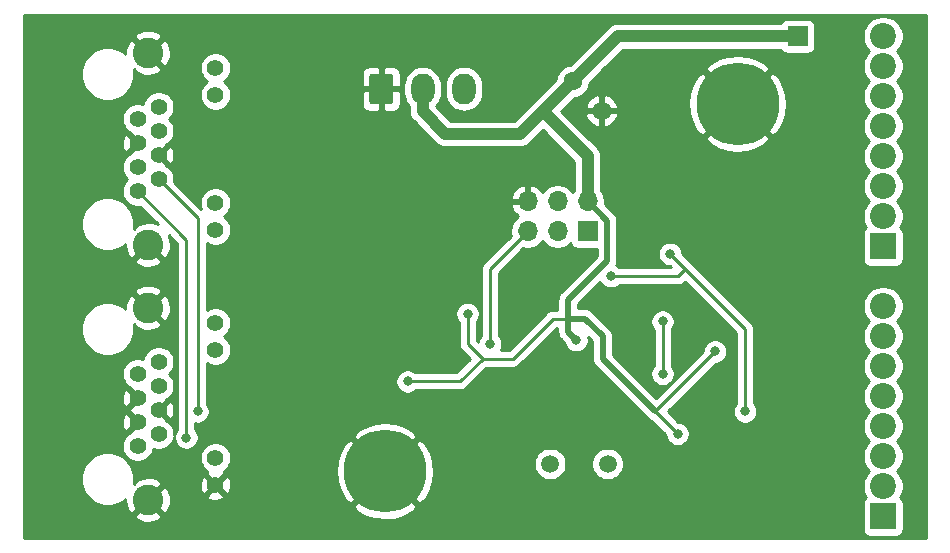
<source format=gbl>
G04 #@! TF.GenerationSoftware,KiCad,Pcbnew,(5.1.9)-1*
G04 #@! TF.CreationDate,2021-06-09T23:14:14+02:00*
G04 #@! TF.ProjectId,decoder,6465636f-6465-4722-9e6b-696361645f70,rev?*
G04 #@! TF.SameCoordinates,Original*
G04 #@! TF.FileFunction,Copper,L2,Bot*
G04 #@! TF.FilePolarity,Positive*
%FSLAX46Y46*%
G04 Gerber Fmt 4.6, Leading zero omitted, Abs format (unit mm)*
G04 Created by KiCad (PCBNEW (5.1.9)-1) date 2021-06-09 23:14:14*
%MOMM*%
%LPD*%
G01*
G04 APERTURE LIST*
G04 #@! TA.AperFunction,ComponentPad*
%ADD10R,1.700000X1.700000*%
G04 #@! TD*
G04 #@! TA.AperFunction,ComponentPad*
%ADD11C,2.200000*%
G04 #@! TD*
G04 #@! TA.AperFunction,ComponentPad*
%ADD12R,2.200000X2.200000*%
G04 #@! TD*
G04 #@! TA.AperFunction,ComponentPad*
%ADD13C,1.400000*%
G04 #@! TD*
G04 #@! TA.AperFunction,ComponentPad*
%ADD14C,2.600000*%
G04 #@! TD*
G04 #@! TA.AperFunction,ComponentPad*
%ADD15O,1.700000X1.700000*%
G04 #@! TD*
G04 #@! TA.AperFunction,ComponentPad*
%ADD16C,1.600000*%
G04 #@! TD*
G04 #@! TA.AperFunction,ComponentPad*
%ADD17O,2.000000X2.600000*%
G04 #@! TD*
G04 #@! TA.AperFunction,ComponentPad*
%ADD18C,0.800000*%
G04 #@! TD*
G04 #@! TA.AperFunction,ComponentPad*
%ADD19C,7.000000*%
G04 #@! TD*
G04 #@! TA.AperFunction,ComponentPad*
%ADD20C,1.500000*%
G04 #@! TD*
G04 #@! TA.AperFunction,ViaPad*
%ADD21C,0.800000*%
G04 #@! TD*
G04 #@! TA.AperFunction,Conductor*
%ADD22C,1.000000*%
G04 #@! TD*
G04 #@! TA.AperFunction,Conductor*
%ADD23C,0.250000*%
G04 #@! TD*
G04 #@! TA.AperFunction,Conductor*
%ADD24C,0.500000*%
G04 #@! TD*
G04 #@! TA.AperFunction,Conductor*
%ADD25C,0.254000*%
G04 #@! TD*
G04 #@! TA.AperFunction,Conductor*
%ADD26C,0.100000*%
G04 #@! TD*
G04 APERTURE END LIST*
D10*
X159385000Y-70485000D03*
D11*
X166624000Y-70485000D03*
X166624000Y-73025000D03*
X166624000Y-75565000D03*
X166624000Y-78105000D03*
X166624000Y-80645000D03*
X166624000Y-83185000D03*
X166624000Y-85725000D03*
D12*
X166624000Y-88265000D03*
D11*
X166624000Y-93345000D03*
X166624000Y-95885000D03*
X166624000Y-98425000D03*
X166624000Y-100965000D03*
X166624000Y-103505000D03*
X166624000Y-106045000D03*
X166624000Y-108585000D03*
D12*
X166624000Y-111125000D03*
D13*
X110105000Y-73150000D03*
X110105000Y-75440000D03*
X110105000Y-84580000D03*
X110105000Y-86870000D03*
X105285000Y-76440000D03*
X103505000Y-77460000D03*
X105285000Y-78480000D03*
X103505000Y-79500000D03*
X105285000Y-80520000D03*
X103505000Y-81540000D03*
X105285000Y-82560000D03*
X103505000Y-83580000D03*
D14*
X104395000Y-88140000D03*
X104395000Y-71880000D03*
D13*
X110105000Y-94740000D03*
X110105000Y-97030000D03*
X110105000Y-106170000D03*
X110105000Y-108460000D03*
X105285000Y-98030000D03*
X103505000Y-99050000D03*
X105285000Y-100070000D03*
X103505000Y-101090000D03*
X105285000Y-102110000D03*
X103505000Y-103130000D03*
X105285000Y-104150000D03*
X103505000Y-105170000D03*
D14*
X104395000Y-109730000D03*
X104395000Y-93470000D03*
D15*
X136525000Y-84455000D03*
X136525000Y-86995000D03*
X139065000Y-84455000D03*
X139065000Y-86995000D03*
X141605000Y-84455000D03*
D10*
X141605000Y-86995000D03*
D16*
X142809874Y-76769874D03*
X140335000Y-74295000D03*
D17*
X131135000Y-74930000D03*
X127635000Y-74930000D03*
G04 #@! TA.AperFunction,ComponentPad*
G36*
G01*
X123135000Y-75980000D02*
X123135000Y-73880000D01*
G75*
G02*
X123385000Y-73630000I250000J0D01*
G01*
X124885000Y-73630000D01*
G75*
G02*
X125135000Y-73880000I0J-250000D01*
G01*
X125135000Y-75980000D01*
G75*
G02*
X124885000Y-76230000I-250000J0D01*
G01*
X123385000Y-76230000D01*
G75*
G02*
X123135000Y-75980000I0J250000D01*
G01*
G37*
G04 #@! TD.AperFunction*
D18*
X156161155Y-78056155D03*
X154305000Y-78825000D03*
X152448845Y-78056155D03*
X151680000Y-76200000D03*
X152448845Y-74343845D03*
X154305000Y-73575000D03*
X156161155Y-74343845D03*
X156930000Y-76200000D03*
D19*
X154305000Y-76200000D03*
D18*
X126316155Y-105458845D03*
X124460000Y-104690000D03*
X122603845Y-105458845D03*
X121835000Y-107315000D03*
X122603845Y-109171155D03*
X124460000Y-109940000D03*
X126316155Y-109171155D03*
X127085000Y-107315000D03*
D19*
X124460000Y-107315000D03*
D20*
X143310000Y-106680000D03*
X138430000Y-106680000D03*
D21*
X158750000Y-96520000D03*
X133350000Y-81915000D03*
X139065000Y-90170000D03*
X147955000Y-81280000D03*
X131445000Y-93980000D03*
X149225000Y-104140000D03*
X126365000Y-99695000D03*
X140652503Y-96202503D03*
X152400000Y-97155000D03*
X133350000Y-96520000D03*
X147955000Y-99060000D03*
X147955000Y-94615000D03*
X148590000Y-88900000D03*
X143575000Y-90785000D03*
X154940000Y-102235184D03*
X108585000Y-102235000D03*
X107632503Y-104457497D03*
D22*
X127635000Y-74930000D02*
X127635000Y-76835000D01*
X127635000Y-76835000D02*
X129540000Y-78740000D01*
X129540000Y-78740000D02*
X135890000Y-78740000D01*
X141605000Y-80645000D02*
X141605000Y-84455000D01*
X137795000Y-76835000D02*
X141605000Y-80645000D01*
X135890000Y-78740000D02*
X137795000Y-76835000D01*
X137795000Y-76835000D02*
X140335000Y-74295000D01*
D23*
X131445000Y-96520000D02*
X131445000Y-93980000D01*
X132715000Y-97790000D02*
X131445000Y-96520000D01*
X130810000Y-99695000D02*
X132715000Y-97790000D01*
X126365000Y-99695000D02*
X130810000Y-99695000D01*
X139935001Y-94379999D02*
X138665001Y-94379999D01*
X138665001Y-94379999D02*
X135255000Y-97790000D01*
X135255000Y-97790000D02*
X132715000Y-97790000D01*
D24*
X139935001Y-94379999D02*
X139935001Y-95485001D01*
X139935001Y-95485001D02*
X140652503Y-96202503D01*
X143256000Y-86106000D02*
X141605000Y-84455000D01*
X143256000Y-89471500D02*
X143256000Y-86106000D01*
X139935001Y-92792499D02*
X143256000Y-89471500D01*
X139935001Y-94379999D02*
X139935001Y-92792499D01*
D23*
X152400000Y-97155000D02*
X149769999Y-99785001D01*
X149769999Y-99785001D02*
X147320000Y-102235000D01*
X149225000Y-104140000D02*
X147320000Y-102235000D01*
D24*
X147320000Y-102235000D02*
X142875000Y-97790000D01*
X142875000Y-97790000D02*
X142875000Y-95885000D01*
X142875000Y-95885000D02*
X141369999Y-94379999D01*
X141369999Y-94379999D02*
X139935001Y-94379999D01*
D22*
X144145000Y-70485000D02*
X149860000Y-70485000D01*
X149860000Y-70485000D02*
X159385000Y-70485000D01*
X140335000Y-74295000D02*
X144145000Y-70485000D01*
D23*
X133350000Y-90170000D02*
X136525000Y-86995000D01*
X133350000Y-96520000D02*
X133350000Y-90170000D01*
X147955000Y-97155000D02*
X147955000Y-94615000D01*
X147955000Y-99060000D02*
X147955000Y-97155000D01*
X154940000Y-95250000D02*
X154940000Y-102235184D01*
X147340000Y-90785000D02*
X143575000Y-90785000D01*
X149245000Y-90785000D02*
X149860000Y-90170000D01*
X147340000Y-90785000D02*
X149245000Y-90785000D01*
X149860000Y-90170000D02*
X154940000Y-95250000D01*
X148590000Y-88900000D02*
X149860000Y-90170000D01*
X108585000Y-85860000D02*
X108585000Y-102235000D01*
X105285000Y-82560000D02*
X108585000Y-85860000D01*
X107632503Y-87707503D02*
X103505000Y-83580000D01*
X107632503Y-104457497D02*
X107632503Y-87707503D01*
D25*
X170257001Y-112980000D02*
X93903000Y-112980000D01*
X93903000Y-111079224D01*
X103225381Y-111079224D01*
X103357317Y-111374312D01*
X103698045Y-111545159D01*
X104065557Y-111646250D01*
X104445729Y-111673701D01*
X104823951Y-111626457D01*
X105185690Y-111506333D01*
X105432683Y-111374312D01*
X105564619Y-111079224D01*
X104395000Y-109909605D01*
X103225381Y-111079224D01*
X93903000Y-111079224D01*
X93903000Y-107727409D01*
X98705000Y-107727409D01*
X98705000Y-108172591D01*
X98791851Y-108609218D01*
X98962214Y-109020511D01*
X99209544Y-109390666D01*
X99524334Y-109705456D01*
X99894489Y-109952786D01*
X100305782Y-110123149D01*
X100742409Y-110210000D01*
X101187591Y-110210000D01*
X101624218Y-110123149D01*
X102035511Y-109952786D01*
X102405666Y-109705456D01*
X102460709Y-109650413D01*
X102451299Y-109780729D01*
X102498543Y-110158951D01*
X102618667Y-110520690D01*
X102750688Y-110767683D01*
X103045776Y-110899619D01*
X104215395Y-109730000D01*
X104574605Y-109730000D01*
X105744224Y-110899619D01*
X106039312Y-110767683D01*
X106210159Y-110426955D01*
X106264567Y-110229155D01*
X121725450Y-110229155D01*
X122121634Y-110749550D01*
X122836612Y-111139748D01*
X123613976Y-111382964D01*
X124423853Y-111469851D01*
X125235118Y-111397069D01*
X126016597Y-111167415D01*
X126738256Y-110789715D01*
X126798366Y-110749550D01*
X127194550Y-110229155D01*
X124460000Y-107494605D01*
X121725450Y-110229155D01*
X106264567Y-110229155D01*
X106311250Y-110059443D01*
X106338701Y-109679271D01*
X106301478Y-109381269D01*
X109363336Y-109381269D01*
X109422797Y-109615037D01*
X109661242Y-109725934D01*
X109916740Y-109788183D01*
X110179473Y-109799390D01*
X110439344Y-109759125D01*
X110686366Y-109668935D01*
X110787203Y-109615037D01*
X110846664Y-109381269D01*
X110105000Y-108639605D01*
X109363336Y-109381269D01*
X106301478Y-109381269D01*
X106291457Y-109301049D01*
X106171333Y-108939310D01*
X106039312Y-108692317D01*
X105744224Y-108560381D01*
X104574605Y-109730000D01*
X104215395Y-109730000D01*
X104201253Y-109715858D01*
X104380858Y-109536253D01*
X104395000Y-109550395D01*
X105410922Y-108534473D01*
X108765610Y-108534473D01*
X108805875Y-108794344D01*
X108896065Y-109041366D01*
X108949963Y-109142203D01*
X109183731Y-109201664D01*
X109925395Y-108460000D01*
X110284605Y-108460000D01*
X111026269Y-109201664D01*
X111260037Y-109142203D01*
X111370934Y-108903758D01*
X111433183Y-108648260D01*
X111444390Y-108385527D01*
X111404125Y-108125656D01*
X111313935Y-107878634D01*
X111260037Y-107777797D01*
X111026269Y-107718336D01*
X110284605Y-108460000D01*
X109925395Y-108460000D01*
X109183731Y-107718336D01*
X108949963Y-107777797D01*
X108839066Y-108016242D01*
X108776817Y-108271740D01*
X108765610Y-108534473D01*
X105410922Y-108534473D01*
X105564619Y-108380776D01*
X105432683Y-108085688D01*
X105091955Y-107914841D01*
X104724443Y-107813750D01*
X104344271Y-107786299D01*
X103966049Y-107833543D01*
X103604310Y-107953667D01*
X103357317Y-108085688D01*
X103225382Y-108380774D01*
X103190523Y-108345915D01*
X103225000Y-108172591D01*
X103225000Y-107727409D01*
X103138149Y-107290782D01*
X102967786Y-106879489D01*
X102720456Y-106509334D01*
X102405666Y-106194544D01*
X102035511Y-105947214D01*
X101624218Y-105776851D01*
X101187591Y-105690000D01*
X100742409Y-105690000D01*
X100305782Y-105776851D01*
X99894489Y-105947214D01*
X99524334Y-106194544D01*
X99209544Y-106509334D01*
X98962214Y-106879489D01*
X98791851Y-107290782D01*
X98705000Y-107727409D01*
X93903000Y-107727409D01*
X93903000Y-103204473D01*
X102165610Y-103204473D01*
X102205875Y-103464344D01*
X102296065Y-103711366D01*
X102349963Y-103812203D01*
X102583731Y-103871664D01*
X103325395Y-103130000D01*
X102583731Y-102388336D01*
X102349963Y-102447797D01*
X102239066Y-102686242D01*
X102176817Y-102941740D01*
X102165610Y-103204473D01*
X93903000Y-103204473D01*
X93903000Y-101164473D01*
X102165610Y-101164473D01*
X102205875Y-101424344D01*
X102296065Y-101671366D01*
X102349963Y-101772203D01*
X102583731Y-101831664D01*
X103325395Y-101090000D01*
X102583731Y-100348336D01*
X102349963Y-100407797D01*
X102239066Y-100646242D01*
X102176817Y-100901740D01*
X102165610Y-101164473D01*
X93903000Y-101164473D01*
X93903000Y-95027409D01*
X98705000Y-95027409D01*
X98705000Y-95472591D01*
X98791851Y-95909218D01*
X98962214Y-96320511D01*
X99209544Y-96690666D01*
X99524334Y-97005456D01*
X99894489Y-97252786D01*
X100305782Y-97423149D01*
X100742409Y-97510000D01*
X101187591Y-97510000D01*
X101624218Y-97423149D01*
X102035511Y-97252786D01*
X102405666Y-97005456D01*
X102720456Y-96690666D01*
X102967786Y-96320511D01*
X103138149Y-95909218D01*
X103225000Y-95472591D01*
X103225000Y-95027409D01*
X103190523Y-94854085D01*
X103225382Y-94819226D01*
X103357317Y-95114312D01*
X103698045Y-95285159D01*
X104065557Y-95386250D01*
X104445729Y-95413701D01*
X104823951Y-95366457D01*
X105185690Y-95246333D01*
X105432683Y-95114312D01*
X105564619Y-94819224D01*
X104395000Y-93649605D01*
X104380858Y-93663748D01*
X104201253Y-93484143D01*
X104215395Y-93470000D01*
X104574605Y-93470000D01*
X105744224Y-94639619D01*
X106039312Y-94507683D01*
X106210159Y-94166955D01*
X106311250Y-93799443D01*
X106338701Y-93419271D01*
X106291457Y-93041049D01*
X106171333Y-92679310D01*
X106039312Y-92432317D01*
X105744224Y-92300381D01*
X104574605Y-93470000D01*
X104215395Y-93470000D01*
X103045776Y-92300381D01*
X102750688Y-92432317D01*
X102579841Y-92773045D01*
X102478750Y-93140557D01*
X102451299Y-93520729D01*
X102454075Y-93542953D01*
X102405666Y-93494544D01*
X102035511Y-93247214D01*
X101624218Y-93076851D01*
X101187591Y-92990000D01*
X100742409Y-92990000D01*
X100305782Y-93076851D01*
X99894489Y-93247214D01*
X99524334Y-93494544D01*
X99209544Y-93809334D01*
X98962214Y-94179489D01*
X98791851Y-94590782D01*
X98705000Y-95027409D01*
X93903000Y-95027409D01*
X93903000Y-92120776D01*
X103225381Y-92120776D01*
X104395000Y-93290395D01*
X105564619Y-92120776D01*
X105432683Y-91825688D01*
X105091955Y-91654841D01*
X104724443Y-91553750D01*
X104344271Y-91526299D01*
X103966049Y-91573543D01*
X103604310Y-91693667D01*
X103357317Y-91825688D01*
X103225381Y-92120776D01*
X93903000Y-92120776D01*
X93903000Y-89489224D01*
X103225381Y-89489224D01*
X103357317Y-89784312D01*
X103698045Y-89955159D01*
X104065557Y-90056250D01*
X104445729Y-90083701D01*
X104823951Y-90036457D01*
X105185690Y-89916333D01*
X105432683Y-89784312D01*
X105564619Y-89489224D01*
X104395000Y-88319605D01*
X103225381Y-89489224D01*
X93903000Y-89489224D01*
X93903000Y-86137409D01*
X98705000Y-86137409D01*
X98705000Y-86582591D01*
X98791851Y-87019218D01*
X98962214Y-87430511D01*
X99209544Y-87800666D01*
X99524334Y-88115456D01*
X99894489Y-88362786D01*
X100305782Y-88533149D01*
X100742409Y-88620000D01*
X101187591Y-88620000D01*
X101624218Y-88533149D01*
X102035511Y-88362786D01*
X102405666Y-88115456D01*
X102460709Y-88060413D01*
X102451299Y-88190729D01*
X102498543Y-88568951D01*
X102618667Y-88930690D01*
X102750688Y-89177683D01*
X103045776Y-89309619D01*
X104215395Y-88140000D01*
X104201253Y-88125858D01*
X104380858Y-87946253D01*
X104395000Y-87960395D01*
X104409143Y-87946253D01*
X104588748Y-88125858D01*
X104574605Y-88140000D01*
X105744224Y-89309619D01*
X106039312Y-89177683D01*
X106210159Y-88836955D01*
X106311250Y-88469443D01*
X106338701Y-88089271D01*
X106291457Y-87711049D01*
X106171333Y-87349310D01*
X106138980Y-87288781D01*
X106872504Y-88022306D01*
X106872503Y-103753786D01*
X106828566Y-103797723D01*
X106715298Y-103967241D01*
X106637277Y-104155599D01*
X106620000Y-104242457D01*
X106620000Y-104018514D01*
X106568696Y-103760595D01*
X106468061Y-103517641D01*
X106321962Y-103298987D01*
X106136013Y-103113038D01*
X106024771Y-103038709D01*
X106026664Y-103031269D01*
X105285000Y-102289605D01*
X105270858Y-102303748D01*
X105091253Y-102124143D01*
X105105395Y-102110000D01*
X105464605Y-102110000D01*
X106206269Y-102851664D01*
X106440037Y-102792203D01*
X106550934Y-102553758D01*
X106613183Y-102298260D01*
X106624390Y-102035527D01*
X106584125Y-101775656D01*
X106493935Y-101528634D01*
X106440037Y-101427797D01*
X106206269Y-101368336D01*
X105464605Y-102110000D01*
X105105395Y-102110000D01*
X105091253Y-102095858D01*
X105270858Y-101916253D01*
X105285000Y-101930395D01*
X106026664Y-101188731D01*
X106024771Y-101181291D01*
X106136013Y-101106962D01*
X106321962Y-100921013D01*
X106468061Y-100702359D01*
X106568696Y-100459405D01*
X106620000Y-100201486D01*
X106620000Y-99938514D01*
X106568696Y-99680595D01*
X106468061Y-99437641D01*
X106321962Y-99218987D01*
X106152975Y-99050000D01*
X106321962Y-98881013D01*
X106468061Y-98662359D01*
X106568696Y-98419405D01*
X106620000Y-98161486D01*
X106620000Y-97898514D01*
X106568696Y-97640595D01*
X106468061Y-97397641D01*
X106321962Y-97178987D01*
X106136013Y-96993038D01*
X105917359Y-96846939D01*
X105674405Y-96746304D01*
X105416486Y-96695000D01*
X105153514Y-96695000D01*
X104895595Y-96746304D01*
X104652641Y-96846939D01*
X104433987Y-96993038D01*
X104248038Y-97178987D01*
X104101939Y-97397641D01*
X104001304Y-97640595D01*
X103970065Y-97797643D01*
X103894405Y-97766304D01*
X103636486Y-97715000D01*
X103373514Y-97715000D01*
X103115595Y-97766304D01*
X102872641Y-97866939D01*
X102653987Y-98013038D01*
X102468038Y-98198987D01*
X102321939Y-98417641D01*
X102221304Y-98660595D01*
X102170000Y-98918514D01*
X102170000Y-99181486D01*
X102221304Y-99439405D01*
X102321939Y-99682359D01*
X102468038Y-99901013D01*
X102653987Y-100086962D01*
X102765229Y-100161291D01*
X102763336Y-100168731D01*
X103505000Y-100910395D01*
X103519143Y-100896253D01*
X103698748Y-101075858D01*
X103684605Y-101090000D01*
X103698748Y-101104143D01*
X103519143Y-101283748D01*
X103505000Y-101269605D01*
X102763336Y-102011269D01*
X102788449Y-102110000D01*
X102763336Y-102208731D01*
X103505000Y-102950395D01*
X103519143Y-102936253D01*
X103698748Y-103115858D01*
X103684605Y-103130000D01*
X103698748Y-103144143D01*
X103519143Y-103323748D01*
X103505000Y-103309605D01*
X102763336Y-104051269D01*
X102765229Y-104058709D01*
X102653987Y-104133038D01*
X102468038Y-104318987D01*
X102321939Y-104537641D01*
X102221304Y-104780595D01*
X102170000Y-105038514D01*
X102170000Y-105301486D01*
X102221304Y-105559405D01*
X102321939Y-105802359D01*
X102468038Y-106021013D01*
X102653987Y-106206962D01*
X102872641Y-106353061D01*
X103115595Y-106453696D01*
X103373514Y-106505000D01*
X103636486Y-106505000D01*
X103894405Y-106453696D01*
X104137359Y-106353061D01*
X104356013Y-106206962D01*
X104524461Y-106038514D01*
X108770000Y-106038514D01*
X108770000Y-106301486D01*
X108821304Y-106559405D01*
X108921939Y-106802359D01*
X109068038Y-107021013D01*
X109253987Y-107206962D01*
X109419581Y-107317608D01*
X109363336Y-107538731D01*
X110105000Y-108280395D01*
X110846664Y-107538731D01*
X110790419Y-107317608D01*
X110848420Y-107278853D01*
X120305149Y-107278853D01*
X120377931Y-108090118D01*
X120607585Y-108871597D01*
X120985285Y-109593256D01*
X121025450Y-109653366D01*
X121545845Y-110049550D01*
X124280395Y-107315000D01*
X124639605Y-107315000D01*
X127374155Y-110049550D01*
X127406401Y-110025000D01*
X164885928Y-110025000D01*
X164885928Y-112225000D01*
X164898188Y-112349482D01*
X164934498Y-112469180D01*
X164993463Y-112579494D01*
X165072815Y-112676185D01*
X165169506Y-112755537D01*
X165279820Y-112814502D01*
X165399518Y-112850812D01*
X165524000Y-112863072D01*
X167724000Y-112863072D01*
X167848482Y-112850812D01*
X167968180Y-112814502D01*
X168078494Y-112755537D01*
X168175185Y-112676185D01*
X168254537Y-112579494D01*
X168313502Y-112469180D01*
X168349812Y-112349482D01*
X168362072Y-112225000D01*
X168362072Y-110025000D01*
X168349812Y-109900518D01*
X168313502Y-109780820D01*
X168254537Y-109670506D01*
X168175185Y-109573815D01*
X168094310Y-109507443D01*
X168161537Y-109406831D01*
X168292325Y-109091081D01*
X168359000Y-108755883D01*
X168359000Y-108414117D01*
X168292325Y-108078919D01*
X168161537Y-107763169D01*
X167971663Y-107479002D01*
X167807661Y-107315000D01*
X167971663Y-107150998D01*
X168161537Y-106866831D01*
X168292325Y-106551081D01*
X168359000Y-106215883D01*
X168359000Y-105874117D01*
X168292325Y-105538919D01*
X168161537Y-105223169D01*
X167971663Y-104939002D01*
X167807661Y-104775000D01*
X167971663Y-104610998D01*
X168161537Y-104326831D01*
X168292325Y-104011081D01*
X168359000Y-103675883D01*
X168359000Y-103334117D01*
X168292325Y-102998919D01*
X168161537Y-102683169D01*
X167971663Y-102399002D01*
X167807661Y-102235000D01*
X167971663Y-102070998D01*
X168161537Y-101786831D01*
X168292325Y-101471081D01*
X168359000Y-101135883D01*
X168359000Y-100794117D01*
X168292325Y-100458919D01*
X168161537Y-100143169D01*
X167971663Y-99859002D01*
X167807661Y-99695000D01*
X167971663Y-99530998D01*
X168161537Y-99246831D01*
X168292325Y-98931081D01*
X168359000Y-98595883D01*
X168359000Y-98254117D01*
X168292325Y-97918919D01*
X168161537Y-97603169D01*
X167971663Y-97319002D01*
X167807661Y-97155000D01*
X167971663Y-96990998D01*
X168161537Y-96706831D01*
X168292325Y-96391081D01*
X168359000Y-96055883D01*
X168359000Y-95714117D01*
X168292325Y-95378919D01*
X168161537Y-95063169D01*
X167971663Y-94779002D01*
X167807661Y-94615000D01*
X167971663Y-94450998D01*
X168161537Y-94166831D01*
X168292325Y-93851081D01*
X168359000Y-93515883D01*
X168359000Y-93174117D01*
X168292325Y-92838919D01*
X168161537Y-92523169D01*
X167971663Y-92239002D01*
X167729998Y-91997337D01*
X167445831Y-91807463D01*
X167130081Y-91676675D01*
X166794883Y-91610000D01*
X166453117Y-91610000D01*
X166117919Y-91676675D01*
X165802169Y-91807463D01*
X165518002Y-91997337D01*
X165276337Y-92239002D01*
X165086463Y-92523169D01*
X164955675Y-92838919D01*
X164889000Y-93174117D01*
X164889000Y-93515883D01*
X164955675Y-93851081D01*
X165086463Y-94166831D01*
X165276337Y-94450998D01*
X165440339Y-94615000D01*
X165276337Y-94779002D01*
X165086463Y-95063169D01*
X164955675Y-95378919D01*
X164889000Y-95714117D01*
X164889000Y-96055883D01*
X164955675Y-96391081D01*
X165086463Y-96706831D01*
X165276337Y-96990998D01*
X165440339Y-97155000D01*
X165276337Y-97319002D01*
X165086463Y-97603169D01*
X164955675Y-97918919D01*
X164889000Y-98254117D01*
X164889000Y-98595883D01*
X164955675Y-98931081D01*
X165086463Y-99246831D01*
X165276337Y-99530998D01*
X165440339Y-99695000D01*
X165276337Y-99859002D01*
X165086463Y-100143169D01*
X164955675Y-100458919D01*
X164889000Y-100794117D01*
X164889000Y-101135883D01*
X164955675Y-101471081D01*
X165086463Y-101786831D01*
X165276337Y-102070998D01*
X165440339Y-102235000D01*
X165276337Y-102399002D01*
X165086463Y-102683169D01*
X164955675Y-102998919D01*
X164889000Y-103334117D01*
X164889000Y-103675883D01*
X164955675Y-104011081D01*
X165086463Y-104326831D01*
X165276337Y-104610998D01*
X165440339Y-104775000D01*
X165276337Y-104939002D01*
X165086463Y-105223169D01*
X164955675Y-105538919D01*
X164889000Y-105874117D01*
X164889000Y-106215883D01*
X164955675Y-106551081D01*
X165086463Y-106866831D01*
X165276337Y-107150998D01*
X165440339Y-107315000D01*
X165276337Y-107479002D01*
X165086463Y-107763169D01*
X164955675Y-108078919D01*
X164889000Y-108414117D01*
X164889000Y-108755883D01*
X164955675Y-109091081D01*
X165086463Y-109406831D01*
X165153690Y-109507443D01*
X165072815Y-109573815D01*
X164993463Y-109670506D01*
X164934498Y-109780820D01*
X164898188Y-109900518D01*
X164885928Y-110025000D01*
X127406401Y-110025000D01*
X127894550Y-109653366D01*
X128284748Y-108938388D01*
X128527964Y-108161024D01*
X128614851Y-107351147D01*
X128542402Y-106543589D01*
X137045000Y-106543589D01*
X137045000Y-106816411D01*
X137098225Y-107083989D01*
X137202629Y-107336043D01*
X137354201Y-107562886D01*
X137547114Y-107755799D01*
X137773957Y-107907371D01*
X138026011Y-108011775D01*
X138293589Y-108065000D01*
X138566411Y-108065000D01*
X138833989Y-108011775D01*
X139086043Y-107907371D01*
X139312886Y-107755799D01*
X139505799Y-107562886D01*
X139657371Y-107336043D01*
X139761775Y-107083989D01*
X139815000Y-106816411D01*
X139815000Y-106543589D01*
X141925000Y-106543589D01*
X141925000Y-106816411D01*
X141978225Y-107083989D01*
X142082629Y-107336043D01*
X142234201Y-107562886D01*
X142427114Y-107755799D01*
X142653957Y-107907371D01*
X142906011Y-108011775D01*
X143173589Y-108065000D01*
X143446411Y-108065000D01*
X143713989Y-108011775D01*
X143966043Y-107907371D01*
X144192886Y-107755799D01*
X144385799Y-107562886D01*
X144537371Y-107336043D01*
X144641775Y-107083989D01*
X144695000Y-106816411D01*
X144695000Y-106543589D01*
X144641775Y-106276011D01*
X144537371Y-106023957D01*
X144385799Y-105797114D01*
X144192886Y-105604201D01*
X143966043Y-105452629D01*
X143713989Y-105348225D01*
X143446411Y-105295000D01*
X143173589Y-105295000D01*
X142906011Y-105348225D01*
X142653957Y-105452629D01*
X142427114Y-105604201D01*
X142234201Y-105797114D01*
X142082629Y-106023957D01*
X141978225Y-106276011D01*
X141925000Y-106543589D01*
X139815000Y-106543589D01*
X139761775Y-106276011D01*
X139657371Y-106023957D01*
X139505799Y-105797114D01*
X139312886Y-105604201D01*
X139086043Y-105452629D01*
X138833989Y-105348225D01*
X138566411Y-105295000D01*
X138293589Y-105295000D01*
X138026011Y-105348225D01*
X137773957Y-105452629D01*
X137547114Y-105604201D01*
X137354201Y-105797114D01*
X137202629Y-106023957D01*
X137098225Y-106276011D01*
X137045000Y-106543589D01*
X128542402Y-106543589D01*
X128542069Y-106539882D01*
X128312415Y-105758403D01*
X127934715Y-105036744D01*
X127894550Y-104976634D01*
X127374155Y-104580450D01*
X124639605Y-107315000D01*
X124280395Y-107315000D01*
X121545845Y-104580450D01*
X121025450Y-104976634D01*
X120635252Y-105691612D01*
X120392036Y-106468976D01*
X120305149Y-107278853D01*
X110848420Y-107278853D01*
X110956013Y-107206962D01*
X111141962Y-107021013D01*
X111288061Y-106802359D01*
X111388696Y-106559405D01*
X111440000Y-106301486D01*
X111440000Y-106038514D01*
X111388696Y-105780595D01*
X111288061Y-105537641D01*
X111141962Y-105318987D01*
X110956013Y-105133038D01*
X110737359Y-104986939D01*
X110494405Y-104886304D01*
X110236486Y-104835000D01*
X109973514Y-104835000D01*
X109715595Y-104886304D01*
X109472641Y-104986939D01*
X109253987Y-105133038D01*
X109068038Y-105318987D01*
X108921939Y-105537641D01*
X108821304Y-105780595D01*
X108770000Y-106038514D01*
X104524461Y-106038514D01*
X104541962Y-106021013D01*
X104688061Y-105802359D01*
X104788696Y-105559405D01*
X104819935Y-105402357D01*
X104895595Y-105433696D01*
X105153514Y-105485000D01*
X105416486Y-105485000D01*
X105674405Y-105433696D01*
X105917359Y-105333061D01*
X106136013Y-105186962D01*
X106321962Y-105001013D01*
X106468061Y-104782359D01*
X106568696Y-104539405D01*
X106597503Y-104394584D01*
X106597503Y-104559436D01*
X106637277Y-104759395D01*
X106715298Y-104947753D01*
X106828566Y-105117271D01*
X106972729Y-105261434D01*
X107142247Y-105374702D01*
X107330605Y-105452723D01*
X107530564Y-105492497D01*
X107734442Y-105492497D01*
X107934401Y-105452723D01*
X108122759Y-105374702D01*
X108292277Y-105261434D01*
X108436440Y-105117271D01*
X108549708Y-104947753D01*
X108627729Y-104759395D01*
X108667503Y-104559436D01*
X108667503Y-104400845D01*
X121725450Y-104400845D01*
X124460000Y-107135395D01*
X127194550Y-104400845D01*
X126798366Y-103880450D01*
X126083388Y-103490252D01*
X125306024Y-103247036D01*
X124496147Y-103160149D01*
X123684882Y-103232931D01*
X122903403Y-103462585D01*
X122181744Y-103840285D01*
X122121634Y-103880450D01*
X121725450Y-104400845D01*
X108667503Y-104400845D01*
X108667503Y-104355558D01*
X108627729Y-104155599D01*
X108549708Y-103967241D01*
X108436440Y-103797723D01*
X108392503Y-103753786D01*
X108392503Y-103251987D01*
X108483061Y-103270000D01*
X108686939Y-103270000D01*
X108886898Y-103230226D01*
X109075256Y-103152205D01*
X109244774Y-103038937D01*
X109388937Y-102894774D01*
X109502205Y-102725256D01*
X109580226Y-102536898D01*
X109620000Y-102336939D01*
X109620000Y-102133061D01*
X109580226Y-101933102D01*
X109502205Y-101744744D01*
X109388937Y-101575226D01*
X109345000Y-101531289D01*
X109345000Y-99593061D01*
X125330000Y-99593061D01*
X125330000Y-99796939D01*
X125369774Y-99996898D01*
X125447795Y-100185256D01*
X125561063Y-100354774D01*
X125705226Y-100498937D01*
X125874744Y-100612205D01*
X126063102Y-100690226D01*
X126263061Y-100730000D01*
X126466939Y-100730000D01*
X126666898Y-100690226D01*
X126855256Y-100612205D01*
X127024774Y-100498937D01*
X127068711Y-100455000D01*
X130772678Y-100455000D01*
X130810000Y-100458676D01*
X130847322Y-100455000D01*
X130847333Y-100455000D01*
X130958986Y-100444003D01*
X131102247Y-100400546D01*
X131234276Y-100329974D01*
X131350001Y-100235001D01*
X131373804Y-100205997D01*
X133029802Y-98550000D01*
X135217678Y-98550000D01*
X135255000Y-98553676D01*
X135292322Y-98550000D01*
X135292333Y-98550000D01*
X135403986Y-98539003D01*
X135547247Y-98495546D01*
X135679276Y-98424974D01*
X135795001Y-98330001D01*
X135818804Y-98300997D01*
X138979803Y-95139999D01*
X139050002Y-95139999D01*
X139050002Y-95441523D01*
X139045720Y-95485001D01*
X139062806Y-95658491D01*
X139113413Y-95825314D01*
X139195591Y-95979060D01*
X139278469Y-96080047D01*
X139278472Y-96080050D01*
X139306185Y-96113818D01*
X139339952Y-96141530D01*
X139645968Y-96447546D01*
X139657277Y-96504401D01*
X139735298Y-96692759D01*
X139848566Y-96862277D01*
X139992729Y-97006440D01*
X140162247Y-97119708D01*
X140350605Y-97197729D01*
X140550564Y-97237503D01*
X140754442Y-97237503D01*
X140954401Y-97197729D01*
X141142759Y-97119708D01*
X141312277Y-97006440D01*
X141456440Y-96862277D01*
X141569708Y-96692759D01*
X141647729Y-96504401D01*
X141687503Y-96304442D01*
X141687503Y-96100564D01*
X141649890Y-95911468D01*
X141990001Y-96251580D01*
X141990000Y-97746531D01*
X141985719Y-97790000D01*
X141990000Y-97833469D01*
X141990000Y-97833476D01*
X142002805Y-97963489D01*
X142053411Y-98130312D01*
X142135589Y-98284058D01*
X142246183Y-98418817D01*
X142279956Y-98446534D01*
X146724953Y-102891532D01*
X146825940Y-102974410D01*
X146979686Y-103056588D01*
X147104714Y-103094516D01*
X148190000Y-104179802D01*
X148190000Y-104241939D01*
X148229774Y-104441898D01*
X148307795Y-104630256D01*
X148421063Y-104799774D01*
X148565226Y-104943937D01*
X148734744Y-105057205D01*
X148923102Y-105135226D01*
X149123061Y-105175000D01*
X149326939Y-105175000D01*
X149526898Y-105135226D01*
X149715256Y-105057205D01*
X149884774Y-104943937D01*
X150028937Y-104799774D01*
X150142205Y-104630256D01*
X150220226Y-104441898D01*
X150260000Y-104241939D01*
X150260000Y-104038061D01*
X150220226Y-103838102D01*
X150142205Y-103649744D01*
X150028937Y-103480226D01*
X149884774Y-103336063D01*
X149715256Y-103222795D01*
X149526898Y-103144774D01*
X149326939Y-103105000D01*
X149264802Y-103105000D01*
X148394801Y-102235000D01*
X150333798Y-100296004D01*
X150333802Y-100295999D01*
X152439802Y-98190000D01*
X152501939Y-98190000D01*
X152701898Y-98150226D01*
X152890256Y-98072205D01*
X153059774Y-97958937D01*
X153203937Y-97814774D01*
X153317205Y-97645256D01*
X153395226Y-97456898D01*
X153435000Y-97256939D01*
X153435000Y-97053061D01*
X153395226Y-96853102D01*
X153317205Y-96664744D01*
X153203937Y-96495226D01*
X153059774Y-96351063D01*
X152890256Y-96237795D01*
X152701898Y-96159774D01*
X152501939Y-96120000D01*
X152298061Y-96120000D01*
X152098102Y-96159774D01*
X151909744Y-96237795D01*
X151740226Y-96351063D01*
X151596063Y-96495226D01*
X151482795Y-96664744D01*
X151404774Y-96853102D01*
X151365000Y-97053061D01*
X151365000Y-97115198D01*
X149259001Y-99221198D01*
X149258996Y-99221202D01*
X147408389Y-101071810D01*
X143760000Y-97423422D01*
X143760000Y-95928469D01*
X143764281Y-95885000D01*
X143760000Y-95841531D01*
X143760000Y-95841523D01*
X143747195Y-95711510D01*
X143696589Y-95544687D01*
X143614411Y-95390941D01*
X143503817Y-95256183D01*
X143470049Y-95228470D01*
X142754640Y-94513061D01*
X146920000Y-94513061D01*
X146920000Y-94716939D01*
X146959774Y-94916898D01*
X147037795Y-95105256D01*
X147151063Y-95274774D01*
X147195001Y-95318712D01*
X147195000Y-97192332D01*
X147195001Y-97192342D01*
X147195000Y-98356289D01*
X147151063Y-98400226D01*
X147037795Y-98569744D01*
X146959774Y-98758102D01*
X146920000Y-98958061D01*
X146920000Y-99161939D01*
X146959774Y-99361898D01*
X147037795Y-99550256D01*
X147151063Y-99719774D01*
X147295226Y-99863937D01*
X147464744Y-99977205D01*
X147653102Y-100055226D01*
X147853061Y-100095000D01*
X148056939Y-100095000D01*
X148256898Y-100055226D01*
X148445256Y-99977205D01*
X148614774Y-99863937D01*
X148758937Y-99719774D01*
X148872205Y-99550256D01*
X148950226Y-99361898D01*
X148990000Y-99161939D01*
X148990000Y-98958061D01*
X148950226Y-98758102D01*
X148872205Y-98569744D01*
X148758937Y-98400226D01*
X148715000Y-98356289D01*
X148715000Y-95318711D01*
X148758937Y-95274774D01*
X148872205Y-95105256D01*
X148950226Y-94916898D01*
X148990000Y-94716939D01*
X148990000Y-94513061D01*
X148950226Y-94313102D01*
X148872205Y-94124744D01*
X148758937Y-93955226D01*
X148614774Y-93811063D01*
X148445256Y-93697795D01*
X148256898Y-93619774D01*
X148056939Y-93580000D01*
X147853061Y-93580000D01*
X147653102Y-93619774D01*
X147464744Y-93697795D01*
X147295226Y-93811063D01*
X147151063Y-93955226D01*
X147037795Y-94124744D01*
X146959774Y-94313102D01*
X146920000Y-94513061D01*
X142754640Y-94513061D01*
X142026533Y-93784955D01*
X141998816Y-93751182D01*
X141864058Y-93640588D01*
X141710312Y-93558410D01*
X141543489Y-93507804D01*
X141413476Y-93494999D01*
X141413468Y-93494999D01*
X141369999Y-93490718D01*
X141326530Y-93494999D01*
X140820001Y-93494999D01*
X140820001Y-93159077D01*
X142676231Y-91302848D01*
X142771063Y-91444774D01*
X142915226Y-91588937D01*
X143084744Y-91702205D01*
X143273102Y-91780226D01*
X143473061Y-91820000D01*
X143676939Y-91820000D01*
X143876898Y-91780226D01*
X144065256Y-91702205D01*
X144234774Y-91588937D01*
X144278711Y-91545000D01*
X149207678Y-91545000D01*
X149245000Y-91548676D01*
X149282322Y-91545000D01*
X149282333Y-91545000D01*
X149393986Y-91534003D01*
X149537247Y-91490546D01*
X149669276Y-91419974D01*
X149785001Y-91325001D01*
X149808803Y-91295998D01*
X149860000Y-91244801D01*
X154180000Y-95564802D01*
X154180001Y-101531472D01*
X154136063Y-101575410D01*
X154022795Y-101744928D01*
X153944774Y-101933286D01*
X153905000Y-102133245D01*
X153905000Y-102337123D01*
X153944774Y-102537082D01*
X154022795Y-102725440D01*
X154136063Y-102894958D01*
X154280226Y-103039121D01*
X154449744Y-103152389D01*
X154638102Y-103230410D01*
X154838061Y-103270184D01*
X155041939Y-103270184D01*
X155241898Y-103230410D01*
X155430256Y-103152389D01*
X155599774Y-103039121D01*
X155743937Y-102894958D01*
X155857205Y-102725440D01*
X155935226Y-102537082D01*
X155975000Y-102337123D01*
X155975000Y-102133245D01*
X155935226Y-101933286D01*
X155857205Y-101744928D01*
X155743937Y-101575410D01*
X155700000Y-101531473D01*
X155700000Y-95287323D01*
X155703676Y-95250000D01*
X155700000Y-95212677D01*
X155700000Y-95212667D01*
X155689003Y-95101014D01*
X155645546Y-94957753D01*
X155613182Y-94897205D01*
X155574974Y-94825723D01*
X155503799Y-94738997D01*
X155480001Y-94709999D01*
X155451004Y-94686202D01*
X150423804Y-89659003D01*
X150423799Y-89658997D01*
X150423789Y-89658987D01*
X150400000Y-89630000D01*
X150371013Y-89606211D01*
X149625000Y-88860199D01*
X149625000Y-88798061D01*
X149585226Y-88598102D01*
X149507205Y-88409744D01*
X149393937Y-88240226D01*
X149249774Y-88096063D01*
X149080256Y-87982795D01*
X148891898Y-87904774D01*
X148691939Y-87865000D01*
X148488061Y-87865000D01*
X148288102Y-87904774D01*
X148099744Y-87982795D01*
X147930226Y-88096063D01*
X147786063Y-88240226D01*
X147672795Y-88409744D01*
X147594774Y-88598102D01*
X147555000Y-88798061D01*
X147555000Y-89001939D01*
X147594774Y-89201898D01*
X147672795Y-89390256D01*
X147786063Y-89559774D01*
X147930226Y-89703937D01*
X148099744Y-89817205D01*
X148288102Y-89895226D01*
X148488061Y-89935000D01*
X148550199Y-89935000D01*
X148640199Y-90025000D01*
X144278711Y-90025000D01*
X144234774Y-89981063D01*
X144065256Y-89867795D01*
X144050855Y-89861830D01*
X144077589Y-89811813D01*
X144128195Y-89644990D01*
X144141000Y-89514977D01*
X144141000Y-89514969D01*
X144145281Y-89471500D01*
X144141000Y-89428031D01*
X144141000Y-87165000D01*
X164885928Y-87165000D01*
X164885928Y-89365000D01*
X164898188Y-89489482D01*
X164934498Y-89609180D01*
X164993463Y-89719494D01*
X165072815Y-89816185D01*
X165169506Y-89895537D01*
X165279820Y-89954502D01*
X165399518Y-89990812D01*
X165524000Y-90003072D01*
X167724000Y-90003072D01*
X167848482Y-89990812D01*
X167968180Y-89954502D01*
X168078494Y-89895537D01*
X168175185Y-89816185D01*
X168254537Y-89719494D01*
X168313502Y-89609180D01*
X168349812Y-89489482D01*
X168362072Y-89365000D01*
X168362072Y-87165000D01*
X168349812Y-87040518D01*
X168313502Y-86920820D01*
X168254537Y-86810506D01*
X168175185Y-86713815D01*
X168094310Y-86647443D01*
X168161537Y-86546831D01*
X168292325Y-86231081D01*
X168359000Y-85895883D01*
X168359000Y-85554117D01*
X168292325Y-85218919D01*
X168161537Y-84903169D01*
X167971663Y-84619002D01*
X167807661Y-84455000D01*
X167971663Y-84290998D01*
X168161537Y-84006831D01*
X168292325Y-83691081D01*
X168359000Y-83355883D01*
X168359000Y-83014117D01*
X168292325Y-82678919D01*
X168161537Y-82363169D01*
X167971663Y-82079002D01*
X167807661Y-81915000D01*
X167971663Y-81750998D01*
X168161537Y-81466831D01*
X168292325Y-81151081D01*
X168359000Y-80815883D01*
X168359000Y-80474117D01*
X168292325Y-80138919D01*
X168161537Y-79823169D01*
X167971663Y-79539002D01*
X167807661Y-79375000D01*
X167971663Y-79210998D01*
X168161537Y-78926831D01*
X168292325Y-78611081D01*
X168359000Y-78275883D01*
X168359000Y-77934117D01*
X168292325Y-77598919D01*
X168161537Y-77283169D01*
X167971663Y-76999002D01*
X167807661Y-76835000D01*
X167971663Y-76670998D01*
X168161537Y-76386831D01*
X168292325Y-76071081D01*
X168359000Y-75735883D01*
X168359000Y-75394117D01*
X168292325Y-75058919D01*
X168161537Y-74743169D01*
X167971663Y-74459002D01*
X167807661Y-74295000D01*
X167971663Y-74130998D01*
X168161537Y-73846831D01*
X168292325Y-73531081D01*
X168359000Y-73195883D01*
X168359000Y-72854117D01*
X168292325Y-72518919D01*
X168161537Y-72203169D01*
X167971663Y-71919002D01*
X167807661Y-71755000D01*
X167971663Y-71590998D01*
X168161537Y-71306831D01*
X168292325Y-70991081D01*
X168359000Y-70655883D01*
X168359000Y-70314117D01*
X168292325Y-69978919D01*
X168161537Y-69663169D01*
X167971663Y-69379002D01*
X167729998Y-69137337D01*
X167445831Y-68947463D01*
X167130081Y-68816675D01*
X166794883Y-68750000D01*
X166453117Y-68750000D01*
X166117919Y-68816675D01*
X165802169Y-68947463D01*
X165518002Y-69137337D01*
X165276337Y-69379002D01*
X165086463Y-69663169D01*
X164955675Y-69978919D01*
X164889000Y-70314117D01*
X164889000Y-70655883D01*
X164955675Y-70991081D01*
X165086463Y-71306831D01*
X165276337Y-71590998D01*
X165440339Y-71755000D01*
X165276337Y-71919002D01*
X165086463Y-72203169D01*
X164955675Y-72518919D01*
X164889000Y-72854117D01*
X164889000Y-73195883D01*
X164955675Y-73531081D01*
X165086463Y-73846831D01*
X165276337Y-74130998D01*
X165440339Y-74295000D01*
X165276337Y-74459002D01*
X165086463Y-74743169D01*
X164955675Y-75058919D01*
X164889000Y-75394117D01*
X164889000Y-75735883D01*
X164955675Y-76071081D01*
X165086463Y-76386831D01*
X165276337Y-76670998D01*
X165440339Y-76835000D01*
X165276337Y-76999002D01*
X165086463Y-77283169D01*
X164955675Y-77598919D01*
X164889000Y-77934117D01*
X164889000Y-78275883D01*
X164955675Y-78611081D01*
X165086463Y-78926831D01*
X165276337Y-79210998D01*
X165440339Y-79375000D01*
X165276337Y-79539002D01*
X165086463Y-79823169D01*
X164955675Y-80138919D01*
X164889000Y-80474117D01*
X164889000Y-80815883D01*
X164955675Y-81151081D01*
X165086463Y-81466831D01*
X165276337Y-81750998D01*
X165440339Y-81915000D01*
X165276337Y-82079002D01*
X165086463Y-82363169D01*
X164955675Y-82678919D01*
X164889000Y-83014117D01*
X164889000Y-83355883D01*
X164955675Y-83691081D01*
X165086463Y-84006831D01*
X165276337Y-84290998D01*
X165440339Y-84455000D01*
X165276337Y-84619002D01*
X165086463Y-84903169D01*
X164955675Y-85218919D01*
X164889000Y-85554117D01*
X164889000Y-85895883D01*
X164955675Y-86231081D01*
X165086463Y-86546831D01*
X165153690Y-86647443D01*
X165072815Y-86713815D01*
X164993463Y-86810506D01*
X164934498Y-86920820D01*
X164898188Y-87040518D01*
X164885928Y-87165000D01*
X144141000Y-87165000D01*
X144141000Y-86149469D01*
X144145281Y-86106000D01*
X144141000Y-86062531D01*
X144141000Y-86062523D01*
X144128195Y-85932510D01*
X144117084Y-85895883D01*
X144077589Y-85765686D01*
X143995411Y-85611941D01*
X143912532Y-85510953D01*
X143912530Y-85510951D01*
X143884817Y-85477183D01*
X143851049Y-85449470D01*
X143075539Y-84673960D01*
X143090000Y-84601260D01*
X143090000Y-84308740D01*
X143032932Y-84021842D01*
X142920990Y-83751589D01*
X142758475Y-83508368D01*
X142740000Y-83489893D01*
X142740000Y-80700752D01*
X142745491Y-80645000D01*
X142723577Y-80422501D01*
X142658676Y-80208553D01*
X142553284Y-80011377D01*
X142446989Y-79881856D01*
X142446987Y-79881854D01*
X142411449Y-79838551D01*
X142368146Y-79803013D01*
X141679288Y-79114155D01*
X151570450Y-79114155D01*
X151966634Y-79634550D01*
X152681612Y-80024748D01*
X153458976Y-80267964D01*
X154268853Y-80354851D01*
X155080118Y-80282069D01*
X155861597Y-80052415D01*
X156583256Y-79674715D01*
X156643366Y-79634550D01*
X157039550Y-79114155D01*
X154305000Y-76379605D01*
X151570450Y-79114155D01*
X141679288Y-79114155D01*
X139685135Y-77120003D01*
X141411086Y-77120003D01*
X141506270Y-77386165D01*
X141651551Y-77628644D01*
X141841346Y-77838121D01*
X142068361Y-78006545D01*
X142323872Y-78127445D01*
X142459745Y-78168662D01*
X142682874Y-78046767D01*
X142682874Y-76896874D01*
X142936874Y-76896874D01*
X142936874Y-78046767D01*
X143160003Y-78168662D01*
X143426165Y-78073478D01*
X143668644Y-77928197D01*
X143878121Y-77738402D01*
X144046545Y-77511387D01*
X144167445Y-77255876D01*
X144208662Y-77120003D01*
X144086767Y-76896874D01*
X142936874Y-76896874D01*
X142682874Y-76896874D01*
X141532981Y-76896874D01*
X141411086Y-77120003D01*
X139685135Y-77120003D01*
X139400131Y-76835000D01*
X139815386Y-76419745D01*
X141411086Y-76419745D01*
X141532981Y-76642874D01*
X142682874Y-76642874D01*
X142682874Y-75492981D01*
X142936874Y-75492981D01*
X142936874Y-76642874D01*
X144086767Y-76642874D01*
X144208662Y-76419745D01*
X144117151Y-76163853D01*
X150150149Y-76163853D01*
X150222931Y-76975118D01*
X150452585Y-77756597D01*
X150830285Y-78478256D01*
X150870450Y-78538366D01*
X151390845Y-78934550D01*
X154125395Y-76200000D01*
X154484605Y-76200000D01*
X157219155Y-78934550D01*
X157739550Y-78538366D01*
X158129748Y-77823388D01*
X158372964Y-77046024D01*
X158459851Y-76236147D01*
X158387069Y-75424882D01*
X158157415Y-74643403D01*
X157779715Y-73921744D01*
X157739550Y-73861634D01*
X157219155Y-73465450D01*
X154484605Y-76200000D01*
X154125395Y-76200000D01*
X151390845Y-73465450D01*
X150870450Y-73861634D01*
X150480252Y-74576612D01*
X150237036Y-75353976D01*
X150150149Y-76163853D01*
X144117151Y-76163853D01*
X144113478Y-76153583D01*
X143968197Y-75911104D01*
X143778402Y-75701627D01*
X143551387Y-75533203D01*
X143295876Y-75412303D01*
X143160003Y-75371086D01*
X142936874Y-75492981D01*
X142682874Y-75492981D01*
X142459745Y-75371086D01*
X142193583Y-75466270D01*
X141951104Y-75611551D01*
X141741627Y-75801346D01*
X141573203Y-76028361D01*
X141452303Y-76283872D01*
X141411086Y-76419745D01*
X139815386Y-76419745D01*
X140512282Y-75722850D01*
X140753574Y-75674853D01*
X141014727Y-75566680D01*
X141249759Y-75409637D01*
X141449637Y-75209759D01*
X141606680Y-74974727D01*
X141714853Y-74713574D01*
X141762850Y-74472282D01*
X142949287Y-73285845D01*
X151570450Y-73285845D01*
X154305000Y-76020395D01*
X157039550Y-73285845D01*
X156643366Y-72765450D01*
X155928388Y-72375252D01*
X155151024Y-72132036D01*
X154341147Y-72045149D01*
X153529882Y-72117931D01*
X152748403Y-72347585D01*
X152026744Y-72725285D01*
X151966634Y-72765450D01*
X151570450Y-73285845D01*
X142949287Y-73285845D01*
X144615133Y-71620000D01*
X157967317Y-71620000D01*
X158004463Y-71689494D01*
X158083815Y-71786185D01*
X158180506Y-71865537D01*
X158290820Y-71924502D01*
X158410518Y-71960812D01*
X158535000Y-71973072D01*
X160235000Y-71973072D01*
X160359482Y-71960812D01*
X160479180Y-71924502D01*
X160589494Y-71865537D01*
X160686185Y-71786185D01*
X160765537Y-71689494D01*
X160824502Y-71579180D01*
X160860812Y-71459482D01*
X160873072Y-71335000D01*
X160873072Y-69635000D01*
X160860812Y-69510518D01*
X160824502Y-69390820D01*
X160765537Y-69280506D01*
X160686185Y-69183815D01*
X160589494Y-69104463D01*
X160479180Y-69045498D01*
X160359482Y-69009188D01*
X160235000Y-68996928D01*
X158535000Y-68996928D01*
X158410518Y-69009188D01*
X158290820Y-69045498D01*
X158180506Y-69104463D01*
X158083815Y-69183815D01*
X158004463Y-69280506D01*
X157967317Y-69350000D01*
X144200752Y-69350000D01*
X144145000Y-69344509D01*
X143922501Y-69366423D01*
X143708553Y-69431324D01*
X143511377Y-69536716D01*
X143381856Y-69643011D01*
X143381854Y-69643013D01*
X143338551Y-69678551D01*
X143303013Y-69721854D01*
X140157718Y-72867150D01*
X139916426Y-72915147D01*
X139655273Y-73023320D01*
X139420241Y-73180363D01*
X139220363Y-73380241D01*
X139063320Y-73615273D01*
X138955147Y-73876426D01*
X138907150Y-74117718D01*
X137031861Y-75993008D01*
X137031856Y-75993012D01*
X137031849Y-75993019D01*
X136988552Y-76028552D01*
X136953019Y-76071849D01*
X135419869Y-77605000D01*
X130010132Y-77605000D01*
X128796773Y-76391642D01*
X129001031Y-76142752D01*
X129152852Y-75858715D01*
X129246343Y-75550515D01*
X129270000Y-75310321D01*
X129270000Y-74549679D01*
X129500000Y-74549679D01*
X129500000Y-75310322D01*
X129523657Y-75550516D01*
X129617148Y-75858715D01*
X129768969Y-76142752D01*
X129973286Y-76391714D01*
X130222249Y-76596031D01*
X130506286Y-76747852D01*
X130814485Y-76841343D01*
X131135000Y-76872911D01*
X131455516Y-76841343D01*
X131763715Y-76747852D01*
X132047752Y-76596031D01*
X132296714Y-76391714D01*
X132501031Y-76142752D01*
X132652852Y-75858715D01*
X132746343Y-75550515D01*
X132770000Y-75310321D01*
X132770000Y-74549678D01*
X132746343Y-74309484D01*
X132652852Y-74001285D01*
X132501031Y-73717248D01*
X132296714Y-73468286D01*
X132047751Y-73263969D01*
X131763714Y-73112148D01*
X131455515Y-73018657D01*
X131135000Y-72987089D01*
X130814484Y-73018657D01*
X130506285Y-73112148D01*
X130222248Y-73263969D01*
X129973286Y-73468286D01*
X129768969Y-73717249D01*
X129617148Y-74001286D01*
X129523657Y-74309485D01*
X129500000Y-74549679D01*
X129270000Y-74549679D01*
X129270000Y-74549678D01*
X129246343Y-74309484D01*
X129152852Y-74001285D01*
X129001031Y-73717248D01*
X128796714Y-73468286D01*
X128547751Y-73263969D01*
X128263714Y-73112148D01*
X127955515Y-73018657D01*
X127635000Y-72987089D01*
X127314484Y-73018657D01*
X127006285Y-73112148D01*
X126722248Y-73263969D01*
X126473286Y-73468286D01*
X126268969Y-73717249D01*
X126117148Y-74001286D01*
X126023657Y-74309485D01*
X126000000Y-74549679D01*
X126000000Y-75310322D01*
X126023657Y-75550516D01*
X126117148Y-75858715D01*
X126268969Y-76142752D01*
X126473286Y-76391714D01*
X126500001Y-76413638D01*
X126500001Y-76779239D01*
X126494509Y-76835000D01*
X126516423Y-77057498D01*
X126581324Y-77271446D01*
X126611828Y-77328514D01*
X126686717Y-77468623D01*
X126828552Y-77641449D01*
X126871860Y-77676991D01*
X128698009Y-79503141D01*
X128733551Y-79546449D01*
X128875643Y-79663061D01*
X128906377Y-79688284D01*
X129103553Y-79793676D01*
X129317501Y-79858577D01*
X129540000Y-79880491D01*
X129595752Y-79875000D01*
X135834249Y-79875000D01*
X135890000Y-79880491D01*
X135945751Y-79875000D01*
X135945752Y-79875000D01*
X136112499Y-79858577D01*
X136326447Y-79793676D01*
X136523623Y-79688284D01*
X136696449Y-79546449D01*
X136731996Y-79503135D01*
X137795000Y-78440132D01*
X140470000Y-81115133D01*
X140470001Y-83489892D01*
X140451525Y-83508368D01*
X140335000Y-83682760D01*
X140218475Y-83508368D01*
X140011632Y-83301525D01*
X139768411Y-83139010D01*
X139498158Y-83027068D01*
X139211260Y-82970000D01*
X138918740Y-82970000D01*
X138631842Y-83027068D01*
X138361589Y-83139010D01*
X138118368Y-83301525D01*
X137911525Y-83508368D01*
X137789805Y-83690534D01*
X137720178Y-83573645D01*
X137525269Y-83357412D01*
X137291920Y-83183359D01*
X137029099Y-83058175D01*
X136881890Y-83013524D01*
X136652000Y-83134845D01*
X136652000Y-84328000D01*
X136672000Y-84328000D01*
X136672000Y-84582000D01*
X136652000Y-84582000D01*
X136652000Y-84602000D01*
X136398000Y-84602000D01*
X136398000Y-84582000D01*
X135204186Y-84582000D01*
X135083519Y-84811891D01*
X135180843Y-85086252D01*
X135329822Y-85336355D01*
X135524731Y-85552588D01*
X135754406Y-85723900D01*
X135578368Y-85841525D01*
X135371525Y-86048368D01*
X135209010Y-86291589D01*
X135097068Y-86561842D01*
X135040000Y-86848740D01*
X135040000Y-87141260D01*
X135083790Y-87361408D01*
X132838998Y-89606201D01*
X132810000Y-89629999D01*
X132786202Y-89658997D01*
X132786201Y-89658998D01*
X132715026Y-89745724D01*
X132644454Y-89877754D01*
X132617820Y-89965558D01*
X132600998Y-90021014D01*
X132599522Y-90035997D01*
X132586324Y-90170000D01*
X132590001Y-90207332D01*
X132590000Y-95816289D01*
X132546063Y-95860226D01*
X132432795Y-96029744D01*
X132354774Y-96218102D01*
X132332066Y-96332265D01*
X132205000Y-96205199D01*
X132205000Y-94683711D01*
X132248937Y-94639774D01*
X132362205Y-94470256D01*
X132440226Y-94281898D01*
X132480000Y-94081939D01*
X132480000Y-93878061D01*
X132440226Y-93678102D01*
X132362205Y-93489744D01*
X132248937Y-93320226D01*
X132104774Y-93176063D01*
X131935256Y-93062795D01*
X131746898Y-92984774D01*
X131546939Y-92945000D01*
X131343061Y-92945000D01*
X131143102Y-92984774D01*
X130954744Y-93062795D01*
X130785226Y-93176063D01*
X130641063Y-93320226D01*
X130527795Y-93489744D01*
X130449774Y-93678102D01*
X130410000Y-93878061D01*
X130410000Y-94081939D01*
X130449774Y-94281898D01*
X130527795Y-94470256D01*
X130641063Y-94639774D01*
X130685001Y-94683712D01*
X130685000Y-96482677D01*
X130681324Y-96520000D01*
X130685000Y-96557322D01*
X130685000Y-96557332D01*
X130695997Y-96668985D01*
X130722597Y-96756675D01*
X130739454Y-96812246D01*
X130810026Y-96944276D01*
X130848370Y-96990998D01*
X130904999Y-97060001D01*
X130934003Y-97083804D01*
X131640198Y-97790000D01*
X130495199Y-98935000D01*
X127068711Y-98935000D01*
X127024774Y-98891063D01*
X126855256Y-98777795D01*
X126666898Y-98699774D01*
X126466939Y-98660000D01*
X126263061Y-98660000D01*
X126063102Y-98699774D01*
X125874744Y-98777795D01*
X125705226Y-98891063D01*
X125561063Y-99035226D01*
X125447795Y-99204744D01*
X125369774Y-99393102D01*
X125330000Y-99593061D01*
X109345000Y-99593061D01*
X109345000Y-98127775D01*
X109472641Y-98213061D01*
X109715595Y-98313696D01*
X109973514Y-98365000D01*
X110236486Y-98365000D01*
X110494405Y-98313696D01*
X110737359Y-98213061D01*
X110956013Y-98066962D01*
X111141962Y-97881013D01*
X111288061Y-97662359D01*
X111388696Y-97419405D01*
X111440000Y-97161486D01*
X111440000Y-96898514D01*
X111388696Y-96640595D01*
X111288061Y-96397641D01*
X111141962Y-96178987D01*
X110956013Y-95993038D01*
X110794322Y-95885000D01*
X110956013Y-95776962D01*
X111141962Y-95591013D01*
X111288061Y-95372359D01*
X111388696Y-95129405D01*
X111440000Y-94871486D01*
X111440000Y-94608514D01*
X111388696Y-94350595D01*
X111288061Y-94107641D01*
X111141962Y-93888987D01*
X110956013Y-93703038D01*
X110737359Y-93556939D01*
X110494405Y-93456304D01*
X110236486Y-93405000D01*
X109973514Y-93405000D01*
X109715595Y-93456304D01*
X109472641Y-93556939D01*
X109345000Y-93642225D01*
X109345000Y-87967775D01*
X109472641Y-88053061D01*
X109715595Y-88153696D01*
X109973514Y-88205000D01*
X110236486Y-88205000D01*
X110494405Y-88153696D01*
X110737359Y-88053061D01*
X110956013Y-87906962D01*
X111141962Y-87721013D01*
X111288061Y-87502359D01*
X111388696Y-87259405D01*
X111440000Y-87001486D01*
X111440000Y-86738514D01*
X111388696Y-86480595D01*
X111288061Y-86237641D01*
X111141962Y-86018987D01*
X110956013Y-85833038D01*
X110794322Y-85725000D01*
X110956013Y-85616962D01*
X111141962Y-85431013D01*
X111288061Y-85212359D01*
X111388696Y-84969405D01*
X111440000Y-84711486D01*
X111440000Y-84448514D01*
X111388696Y-84190595D01*
X111350387Y-84098109D01*
X135083519Y-84098109D01*
X135204186Y-84328000D01*
X136398000Y-84328000D01*
X136398000Y-83134845D01*
X136168110Y-83013524D01*
X136020901Y-83058175D01*
X135758080Y-83183359D01*
X135524731Y-83357412D01*
X135329822Y-83573645D01*
X135180843Y-83823748D01*
X135083519Y-84098109D01*
X111350387Y-84098109D01*
X111288061Y-83947641D01*
X111141962Y-83728987D01*
X110956013Y-83543038D01*
X110737359Y-83396939D01*
X110494405Y-83296304D01*
X110236486Y-83245000D01*
X109973514Y-83245000D01*
X109715595Y-83296304D01*
X109472641Y-83396939D01*
X109253987Y-83543038D01*
X109068038Y-83728987D01*
X108921939Y-83947641D01*
X108821304Y-84190595D01*
X108770000Y-84448514D01*
X108770000Y-84711486D01*
X108821304Y-84969405D01*
X108858142Y-85058340D01*
X106598645Y-82798844D01*
X106620000Y-82691486D01*
X106620000Y-82428514D01*
X106568696Y-82170595D01*
X106468061Y-81927641D01*
X106321962Y-81708987D01*
X106136013Y-81523038D01*
X106024771Y-81448709D01*
X106026664Y-81441269D01*
X105285000Y-80699605D01*
X105270858Y-80713748D01*
X105091253Y-80534143D01*
X105105395Y-80520000D01*
X105464605Y-80520000D01*
X106206269Y-81261664D01*
X106440037Y-81202203D01*
X106550934Y-80963758D01*
X106613183Y-80708260D01*
X106624390Y-80445527D01*
X106584125Y-80185656D01*
X106493935Y-79938634D01*
X106440037Y-79837797D01*
X106206269Y-79778336D01*
X105464605Y-80520000D01*
X105105395Y-80520000D01*
X105091253Y-80505858D01*
X105270858Y-80326253D01*
X105285000Y-80340395D01*
X106026664Y-79598731D01*
X106024771Y-79591291D01*
X106136013Y-79516962D01*
X106321962Y-79331013D01*
X106468061Y-79112359D01*
X106568696Y-78869405D01*
X106620000Y-78611486D01*
X106620000Y-78348514D01*
X106568696Y-78090595D01*
X106468061Y-77847641D01*
X106321962Y-77628987D01*
X106152975Y-77460000D01*
X106321962Y-77291013D01*
X106468061Y-77072359D01*
X106568696Y-76829405D01*
X106620000Y-76571486D01*
X106620000Y-76308514D01*
X106568696Y-76050595D01*
X106468061Y-75807641D01*
X106321962Y-75588987D01*
X106136013Y-75403038D01*
X105917359Y-75256939D01*
X105674405Y-75156304D01*
X105416486Y-75105000D01*
X105153514Y-75105000D01*
X104895595Y-75156304D01*
X104652641Y-75256939D01*
X104433987Y-75403038D01*
X104248038Y-75588987D01*
X104101939Y-75807641D01*
X104001304Y-76050595D01*
X103970065Y-76207643D01*
X103894405Y-76176304D01*
X103636486Y-76125000D01*
X103373514Y-76125000D01*
X103115595Y-76176304D01*
X102872641Y-76276939D01*
X102653987Y-76423038D01*
X102468038Y-76608987D01*
X102321939Y-76827641D01*
X102221304Y-77070595D01*
X102170000Y-77328514D01*
X102170000Y-77591486D01*
X102221304Y-77849405D01*
X102321939Y-78092359D01*
X102468038Y-78311013D01*
X102653987Y-78496962D01*
X102765229Y-78571291D01*
X102763336Y-78578731D01*
X103505000Y-79320395D01*
X103519143Y-79306253D01*
X103698748Y-79485858D01*
X103684605Y-79500000D01*
X103698748Y-79514143D01*
X103519143Y-79693748D01*
X103505000Y-79679605D01*
X102763336Y-80421269D01*
X102765229Y-80428709D01*
X102653987Y-80503038D01*
X102468038Y-80688987D01*
X102321939Y-80907641D01*
X102221304Y-81150595D01*
X102170000Y-81408514D01*
X102170000Y-81671486D01*
X102221304Y-81929405D01*
X102321939Y-82172359D01*
X102468038Y-82391013D01*
X102637025Y-82560000D01*
X102468038Y-82728987D01*
X102321939Y-82947641D01*
X102221304Y-83190595D01*
X102170000Y-83448514D01*
X102170000Y-83711486D01*
X102221304Y-83969405D01*
X102321939Y-84212359D01*
X102468038Y-84431013D01*
X102653987Y-84616962D01*
X102872641Y-84763061D01*
X103115595Y-84863696D01*
X103373514Y-84915000D01*
X103636486Y-84915000D01*
X103743844Y-84893645D01*
X105258596Y-86408398D01*
X105091955Y-86324841D01*
X104724443Y-86223750D01*
X104344271Y-86196299D01*
X103966049Y-86243543D01*
X103604310Y-86363667D01*
X103357317Y-86495688D01*
X103225382Y-86790774D01*
X103190523Y-86755915D01*
X103225000Y-86582591D01*
X103225000Y-86137409D01*
X103138149Y-85700782D01*
X102967786Y-85289489D01*
X102720456Y-84919334D01*
X102405666Y-84604544D01*
X102035511Y-84357214D01*
X101624218Y-84186851D01*
X101187591Y-84100000D01*
X100742409Y-84100000D01*
X100305782Y-84186851D01*
X99894489Y-84357214D01*
X99524334Y-84604544D01*
X99209544Y-84919334D01*
X98962214Y-85289489D01*
X98791851Y-85700782D01*
X98705000Y-86137409D01*
X93903000Y-86137409D01*
X93903000Y-79574473D01*
X102165610Y-79574473D01*
X102205875Y-79834344D01*
X102296065Y-80081366D01*
X102349963Y-80182203D01*
X102583731Y-80241664D01*
X103325395Y-79500000D01*
X102583731Y-78758336D01*
X102349963Y-78817797D01*
X102239066Y-79056242D01*
X102176817Y-79311740D01*
X102165610Y-79574473D01*
X93903000Y-79574473D01*
X93903000Y-73437409D01*
X98705000Y-73437409D01*
X98705000Y-73882591D01*
X98791851Y-74319218D01*
X98962214Y-74730511D01*
X99209544Y-75100666D01*
X99524334Y-75415456D01*
X99894489Y-75662786D01*
X100305782Y-75833149D01*
X100742409Y-75920000D01*
X101187591Y-75920000D01*
X101624218Y-75833149D01*
X102035511Y-75662786D01*
X102405666Y-75415456D01*
X102720456Y-75100666D01*
X102967786Y-74730511D01*
X103138149Y-74319218D01*
X103225000Y-73882591D01*
X103225000Y-73437409D01*
X103190523Y-73264085D01*
X103225382Y-73229226D01*
X103357317Y-73524312D01*
X103698045Y-73695159D01*
X104065557Y-73796250D01*
X104445729Y-73823701D01*
X104823951Y-73776457D01*
X105185690Y-73656333D01*
X105432683Y-73524312D01*
X105564619Y-73229224D01*
X104395000Y-72059605D01*
X104380858Y-72073748D01*
X104201253Y-71894143D01*
X104215395Y-71880000D01*
X104574605Y-71880000D01*
X105744224Y-73049619D01*
X105813793Y-73018514D01*
X108770000Y-73018514D01*
X108770000Y-73281486D01*
X108821304Y-73539405D01*
X108921939Y-73782359D01*
X109068038Y-74001013D01*
X109253987Y-74186962D01*
X109415678Y-74295000D01*
X109253987Y-74403038D01*
X109068038Y-74588987D01*
X108921939Y-74807641D01*
X108821304Y-75050595D01*
X108770000Y-75308514D01*
X108770000Y-75571486D01*
X108821304Y-75829405D01*
X108921939Y-76072359D01*
X109068038Y-76291013D01*
X109253987Y-76476962D01*
X109472641Y-76623061D01*
X109715595Y-76723696D01*
X109973514Y-76775000D01*
X110236486Y-76775000D01*
X110494405Y-76723696D01*
X110737359Y-76623061D01*
X110956013Y-76476962D01*
X111141962Y-76291013D01*
X111182729Y-76230000D01*
X122496928Y-76230000D01*
X122509188Y-76354482D01*
X122545498Y-76474180D01*
X122604463Y-76584494D01*
X122683815Y-76681185D01*
X122780506Y-76760537D01*
X122890820Y-76819502D01*
X123010518Y-76855812D01*
X123135000Y-76868072D01*
X123849250Y-76865000D01*
X124008000Y-76706250D01*
X124008000Y-75057000D01*
X124262000Y-75057000D01*
X124262000Y-76706250D01*
X124420750Y-76865000D01*
X125135000Y-76868072D01*
X125259482Y-76855812D01*
X125379180Y-76819502D01*
X125489494Y-76760537D01*
X125586185Y-76681185D01*
X125665537Y-76584494D01*
X125724502Y-76474180D01*
X125760812Y-76354482D01*
X125773072Y-76230000D01*
X125770000Y-75215750D01*
X125611250Y-75057000D01*
X124262000Y-75057000D01*
X124008000Y-75057000D01*
X122658750Y-75057000D01*
X122500000Y-75215750D01*
X122496928Y-76230000D01*
X111182729Y-76230000D01*
X111288061Y-76072359D01*
X111388696Y-75829405D01*
X111440000Y-75571486D01*
X111440000Y-75308514D01*
X111388696Y-75050595D01*
X111288061Y-74807641D01*
X111141962Y-74588987D01*
X110956013Y-74403038D01*
X110794322Y-74295000D01*
X110956013Y-74186962D01*
X111141962Y-74001013D01*
X111288061Y-73782359D01*
X111351170Y-73630000D01*
X122496928Y-73630000D01*
X122500000Y-74644250D01*
X122658750Y-74803000D01*
X124008000Y-74803000D01*
X124008000Y-73153750D01*
X124262000Y-73153750D01*
X124262000Y-74803000D01*
X125611250Y-74803000D01*
X125770000Y-74644250D01*
X125773072Y-73630000D01*
X125760812Y-73505518D01*
X125724502Y-73385820D01*
X125665537Y-73275506D01*
X125586185Y-73178815D01*
X125489494Y-73099463D01*
X125379180Y-73040498D01*
X125259482Y-73004188D01*
X125135000Y-72991928D01*
X124420750Y-72995000D01*
X124262000Y-73153750D01*
X124008000Y-73153750D01*
X123849250Y-72995000D01*
X123135000Y-72991928D01*
X123010518Y-73004188D01*
X122890820Y-73040498D01*
X122780506Y-73099463D01*
X122683815Y-73178815D01*
X122604463Y-73275506D01*
X122545498Y-73385820D01*
X122509188Y-73505518D01*
X122496928Y-73630000D01*
X111351170Y-73630000D01*
X111388696Y-73539405D01*
X111440000Y-73281486D01*
X111440000Y-73018514D01*
X111388696Y-72760595D01*
X111288061Y-72517641D01*
X111141962Y-72298987D01*
X110956013Y-72113038D01*
X110737359Y-71966939D01*
X110494405Y-71866304D01*
X110236486Y-71815000D01*
X109973514Y-71815000D01*
X109715595Y-71866304D01*
X109472641Y-71966939D01*
X109253987Y-72113038D01*
X109068038Y-72298987D01*
X108921939Y-72517641D01*
X108821304Y-72760595D01*
X108770000Y-73018514D01*
X105813793Y-73018514D01*
X106039312Y-72917683D01*
X106210159Y-72576955D01*
X106311250Y-72209443D01*
X106338701Y-71829271D01*
X106291457Y-71451049D01*
X106171333Y-71089310D01*
X106039312Y-70842317D01*
X105744224Y-70710381D01*
X104574605Y-71880000D01*
X104215395Y-71880000D01*
X103045776Y-70710381D01*
X102750688Y-70842317D01*
X102579841Y-71183045D01*
X102478750Y-71550557D01*
X102451299Y-71930729D01*
X102454075Y-71952953D01*
X102405666Y-71904544D01*
X102035511Y-71657214D01*
X101624218Y-71486851D01*
X101187591Y-71400000D01*
X100742409Y-71400000D01*
X100305782Y-71486851D01*
X99894489Y-71657214D01*
X99524334Y-71904544D01*
X99209544Y-72219334D01*
X98962214Y-72589489D01*
X98791851Y-73000782D01*
X98705000Y-73437409D01*
X93903000Y-73437409D01*
X93903000Y-70530776D01*
X103225381Y-70530776D01*
X104395000Y-71700395D01*
X105564619Y-70530776D01*
X105432683Y-70235688D01*
X105091955Y-70064841D01*
X104724443Y-69963750D01*
X104344271Y-69936299D01*
X103966049Y-69983543D01*
X103604310Y-70103667D01*
X103357317Y-70235688D01*
X103225381Y-70530776D01*
X93903000Y-70530776D01*
X93903000Y-68630000D01*
X170257000Y-68630000D01*
X170257001Y-112980000D01*
G04 #@! TA.AperFunction,Conductor*
D26*
G36*
X170257001Y-112980000D02*
G01*
X93903000Y-112980000D01*
X93903000Y-111079224D01*
X103225381Y-111079224D01*
X103357317Y-111374312D01*
X103698045Y-111545159D01*
X104065557Y-111646250D01*
X104445729Y-111673701D01*
X104823951Y-111626457D01*
X105185690Y-111506333D01*
X105432683Y-111374312D01*
X105564619Y-111079224D01*
X104395000Y-109909605D01*
X103225381Y-111079224D01*
X93903000Y-111079224D01*
X93903000Y-107727409D01*
X98705000Y-107727409D01*
X98705000Y-108172591D01*
X98791851Y-108609218D01*
X98962214Y-109020511D01*
X99209544Y-109390666D01*
X99524334Y-109705456D01*
X99894489Y-109952786D01*
X100305782Y-110123149D01*
X100742409Y-110210000D01*
X101187591Y-110210000D01*
X101624218Y-110123149D01*
X102035511Y-109952786D01*
X102405666Y-109705456D01*
X102460709Y-109650413D01*
X102451299Y-109780729D01*
X102498543Y-110158951D01*
X102618667Y-110520690D01*
X102750688Y-110767683D01*
X103045776Y-110899619D01*
X104215395Y-109730000D01*
X104574605Y-109730000D01*
X105744224Y-110899619D01*
X106039312Y-110767683D01*
X106210159Y-110426955D01*
X106264567Y-110229155D01*
X121725450Y-110229155D01*
X122121634Y-110749550D01*
X122836612Y-111139748D01*
X123613976Y-111382964D01*
X124423853Y-111469851D01*
X125235118Y-111397069D01*
X126016597Y-111167415D01*
X126738256Y-110789715D01*
X126798366Y-110749550D01*
X127194550Y-110229155D01*
X124460000Y-107494605D01*
X121725450Y-110229155D01*
X106264567Y-110229155D01*
X106311250Y-110059443D01*
X106338701Y-109679271D01*
X106301478Y-109381269D01*
X109363336Y-109381269D01*
X109422797Y-109615037D01*
X109661242Y-109725934D01*
X109916740Y-109788183D01*
X110179473Y-109799390D01*
X110439344Y-109759125D01*
X110686366Y-109668935D01*
X110787203Y-109615037D01*
X110846664Y-109381269D01*
X110105000Y-108639605D01*
X109363336Y-109381269D01*
X106301478Y-109381269D01*
X106291457Y-109301049D01*
X106171333Y-108939310D01*
X106039312Y-108692317D01*
X105744224Y-108560381D01*
X104574605Y-109730000D01*
X104215395Y-109730000D01*
X104201253Y-109715858D01*
X104380858Y-109536253D01*
X104395000Y-109550395D01*
X105410922Y-108534473D01*
X108765610Y-108534473D01*
X108805875Y-108794344D01*
X108896065Y-109041366D01*
X108949963Y-109142203D01*
X109183731Y-109201664D01*
X109925395Y-108460000D01*
X110284605Y-108460000D01*
X111026269Y-109201664D01*
X111260037Y-109142203D01*
X111370934Y-108903758D01*
X111433183Y-108648260D01*
X111444390Y-108385527D01*
X111404125Y-108125656D01*
X111313935Y-107878634D01*
X111260037Y-107777797D01*
X111026269Y-107718336D01*
X110284605Y-108460000D01*
X109925395Y-108460000D01*
X109183731Y-107718336D01*
X108949963Y-107777797D01*
X108839066Y-108016242D01*
X108776817Y-108271740D01*
X108765610Y-108534473D01*
X105410922Y-108534473D01*
X105564619Y-108380776D01*
X105432683Y-108085688D01*
X105091955Y-107914841D01*
X104724443Y-107813750D01*
X104344271Y-107786299D01*
X103966049Y-107833543D01*
X103604310Y-107953667D01*
X103357317Y-108085688D01*
X103225382Y-108380774D01*
X103190523Y-108345915D01*
X103225000Y-108172591D01*
X103225000Y-107727409D01*
X103138149Y-107290782D01*
X102967786Y-106879489D01*
X102720456Y-106509334D01*
X102405666Y-106194544D01*
X102035511Y-105947214D01*
X101624218Y-105776851D01*
X101187591Y-105690000D01*
X100742409Y-105690000D01*
X100305782Y-105776851D01*
X99894489Y-105947214D01*
X99524334Y-106194544D01*
X99209544Y-106509334D01*
X98962214Y-106879489D01*
X98791851Y-107290782D01*
X98705000Y-107727409D01*
X93903000Y-107727409D01*
X93903000Y-103204473D01*
X102165610Y-103204473D01*
X102205875Y-103464344D01*
X102296065Y-103711366D01*
X102349963Y-103812203D01*
X102583731Y-103871664D01*
X103325395Y-103130000D01*
X102583731Y-102388336D01*
X102349963Y-102447797D01*
X102239066Y-102686242D01*
X102176817Y-102941740D01*
X102165610Y-103204473D01*
X93903000Y-103204473D01*
X93903000Y-101164473D01*
X102165610Y-101164473D01*
X102205875Y-101424344D01*
X102296065Y-101671366D01*
X102349963Y-101772203D01*
X102583731Y-101831664D01*
X103325395Y-101090000D01*
X102583731Y-100348336D01*
X102349963Y-100407797D01*
X102239066Y-100646242D01*
X102176817Y-100901740D01*
X102165610Y-101164473D01*
X93903000Y-101164473D01*
X93903000Y-95027409D01*
X98705000Y-95027409D01*
X98705000Y-95472591D01*
X98791851Y-95909218D01*
X98962214Y-96320511D01*
X99209544Y-96690666D01*
X99524334Y-97005456D01*
X99894489Y-97252786D01*
X100305782Y-97423149D01*
X100742409Y-97510000D01*
X101187591Y-97510000D01*
X101624218Y-97423149D01*
X102035511Y-97252786D01*
X102405666Y-97005456D01*
X102720456Y-96690666D01*
X102967786Y-96320511D01*
X103138149Y-95909218D01*
X103225000Y-95472591D01*
X103225000Y-95027409D01*
X103190523Y-94854085D01*
X103225382Y-94819226D01*
X103357317Y-95114312D01*
X103698045Y-95285159D01*
X104065557Y-95386250D01*
X104445729Y-95413701D01*
X104823951Y-95366457D01*
X105185690Y-95246333D01*
X105432683Y-95114312D01*
X105564619Y-94819224D01*
X104395000Y-93649605D01*
X104380858Y-93663748D01*
X104201253Y-93484143D01*
X104215395Y-93470000D01*
X104574605Y-93470000D01*
X105744224Y-94639619D01*
X106039312Y-94507683D01*
X106210159Y-94166955D01*
X106311250Y-93799443D01*
X106338701Y-93419271D01*
X106291457Y-93041049D01*
X106171333Y-92679310D01*
X106039312Y-92432317D01*
X105744224Y-92300381D01*
X104574605Y-93470000D01*
X104215395Y-93470000D01*
X103045776Y-92300381D01*
X102750688Y-92432317D01*
X102579841Y-92773045D01*
X102478750Y-93140557D01*
X102451299Y-93520729D01*
X102454075Y-93542953D01*
X102405666Y-93494544D01*
X102035511Y-93247214D01*
X101624218Y-93076851D01*
X101187591Y-92990000D01*
X100742409Y-92990000D01*
X100305782Y-93076851D01*
X99894489Y-93247214D01*
X99524334Y-93494544D01*
X99209544Y-93809334D01*
X98962214Y-94179489D01*
X98791851Y-94590782D01*
X98705000Y-95027409D01*
X93903000Y-95027409D01*
X93903000Y-92120776D01*
X103225381Y-92120776D01*
X104395000Y-93290395D01*
X105564619Y-92120776D01*
X105432683Y-91825688D01*
X105091955Y-91654841D01*
X104724443Y-91553750D01*
X104344271Y-91526299D01*
X103966049Y-91573543D01*
X103604310Y-91693667D01*
X103357317Y-91825688D01*
X103225381Y-92120776D01*
X93903000Y-92120776D01*
X93903000Y-89489224D01*
X103225381Y-89489224D01*
X103357317Y-89784312D01*
X103698045Y-89955159D01*
X104065557Y-90056250D01*
X104445729Y-90083701D01*
X104823951Y-90036457D01*
X105185690Y-89916333D01*
X105432683Y-89784312D01*
X105564619Y-89489224D01*
X104395000Y-88319605D01*
X103225381Y-89489224D01*
X93903000Y-89489224D01*
X93903000Y-86137409D01*
X98705000Y-86137409D01*
X98705000Y-86582591D01*
X98791851Y-87019218D01*
X98962214Y-87430511D01*
X99209544Y-87800666D01*
X99524334Y-88115456D01*
X99894489Y-88362786D01*
X100305782Y-88533149D01*
X100742409Y-88620000D01*
X101187591Y-88620000D01*
X101624218Y-88533149D01*
X102035511Y-88362786D01*
X102405666Y-88115456D01*
X102460709Y-88060413D01*
X102451299Y-88190729D01*
X102498543Y-88568951D01*
X102618667Y-88930690D01*
X102750688Y-89177683D01*
X103045776Y-89309619D01*
X104215395Y-88140000D01*
X104201253Y-88125858D01*
X104380858Y-87946253D01*
X104395000Y-87960395D01*
X104409143Y-87946253D01*
X104588748Y-88125858D01*
X104574605Y-88140000D01*
X105744224Y-89309619D01*
X106039312Y-89177683D01*
X106210159Y-88836955D01*
X106311250Y-88469443D01*
X106338701Y-88089271D01*
X106291457Y-87711049D01*
X106171333Y-87349310D01*
X106138980Y-87288781D01*
X106872504Y-88022306D01*
X106872503Y-103753786D01*
X106828566Y-103797723D01*
X106715298Y-103967241D01*
X106637277Y-104155599D01*
X106620000Y-104242457D01*
X106620000Y-104018514D01*
X106568696Y-103760595D01*
X106468061Y-103517641D01*
X106321962Y-103298987D01*
X106136013Y-103113038D01*
X106024771Y-103038709D01*
X106026664Y-103031269D01*
X105285000Y-102289605D01*
X105270858Y-102303748D01*
X105091253Y-102124143D01*
X105105395Y-102110000D01*
X105464605Y-102110000D01*
X106206269Y-102851664D01*
X106440037Y-102792203D01*
X106550934Y-102553758D01*
X106613183Y-102298260D01*
X106624390Y-102035527D01*
X106584125Y-101775656D01*
X106493935Y-101528634D01*
X106440037Y-101427797D01*
X106206269Y-101368336D01*
X105464605Y-102110000D01*
X105105395Y-102110000D01*
X105091253Y-102095858D01*
X105270858Y-101916253D01*
X105285000Y-101930395D01*
X106026664Y-101188731D01*
X106024771Y-101181291D01*
X106136013Y-101106962D01*
X106321962Y-100921013D01*
X106468061Y-100702359D01*
X106568696Y-100459405D01*
X106620000Y-100201486D01*
X106620000Y-99938514D01*
X106568696Y-99680595D01*
X106468061Y-99437641D01*
X106321962Y-99218987D01*
X106152975Y-99050000D01*
X106321962Y-98881013D01*
X106468061Y-98662359D01*
X106568696Y-98419405D01*
X106620000Y-98161486D01*
X106620000Y-97898514D01*
X106568696Y-97640595D01*
X106468061Y-97397641D01*
X106321962Y-97178987D01*
X106136013Y-96993038D01*
X105917359Y-96846939D01*
X105674405Y-96746304D01*
X105416486Y-96695000D01*
X105153514Y-96695000D01*
X104895595Y-96746304D01*
X104652641Y-96846939D01*
X104433987Y-96993038D01*
X104248038Y-97178987D01*
X104101939Y-97397641D01*
X104001304Y-97640595D01*
X103970065Y-97797643D01*
X103894405Y-97766304D01*
X103636486Y-97715000D01*
X103373514Y-97715000D01*
X103115595Y-97766304D01*
X102872641Y-97866939D01*
X102653987Y-98013038D01*
X102468038Y-98198987D01*
X102321939Y-98417641D01*
X102221304Y-98660595D01*
X102170000Y-98918514D01*
X102170000Y-99181486D01*
X102221304Y-99439405D01*
X102321939Y-99682359D01*
X102468038Y-99901013D01*
X102653987Y-100086962D01*
X102765229Y-100161291D01*
X102763336Y-100168731D01*
X103505000Y-100910395D01*
X103519143Y-100896253D01*
X103698748Y-101075858D01*
X103684605Y-101090000D01*
X103698748Y-101104143D01*
X103519143Y-101283748D01*
X103505000Y-101269605D01*
X102763336Y-102011269D01*
X102788449Y-102110000D01*
X102763336Y-102208731D01*
X103505000Y-102950395D01*
X103519143Y-102936253D01*
X103698748Y-103115858D01*
X103684605Y-103130000D01*
X103698748Y-103144143D01*
X103519143Y-103323748D01*
X103505000Y-103309605D01*
X102763336Y-104051269D01*
X102765229Y-104058709D01*
X102653987Y-104133038D01*
X102468038Y-104318987D01*
X102321939Y-104537641D01*
X102221304Y-104780595D01*
X102170000Y-105038514D01*
X102170000Y-105301486D01*
X102221304Y-105559405D01*
X102321939Y-105802359D01*
X102468038Y-106021013D01*
X102653987Y-106206962D01*
X102872641Y-106353061D01*
X103115595Y-106453696D01*
X103373514Y-106505000D01*
X103636486Y-106505000D01*
X103894405Y-106453696D01*
X104137359Y-106353061D01*
X104356013Y-106206962D01*
X104524461Y-106038514D01*
X108770000Y-106038514D01*
X108770000Y-106301486D01*
X108821304Y-106559405D01*
X108921939Y-106802359D01*
X109068038Y-107021013D01*
X109253987Y-107206962D01*
X109419581Y-107317608D01*
X109363336Y-107538731D01*
X110105000Y-108280395D01*
X110846664Y-107538731D01*
X110790419Y-107317608D01*
X110848420Y-107278853D01*
X120305149Y-107278853D01*
X120377931Y-108090118D01*
X120607585Y-108871597D01*
X120985285Y-109593256D01*
X121025450Y-109653366D01*
X121545845Y-110049550D01*
X124280395Y-107315000D01*
X124639605Y-107315000D01*
X127374155Y-110049550D01*
X127406401Y-110025000D01*
X164885928Y-110025000D01*
X164885928Y-112225000D01*
X164898188Y-112349482D01*
X164934498Y-112469180D01*
X164993463Y-112579494D01*
X165072815Y-112676185D01*
X165169506Y-112755537D01*
X165279820Y-112814502D01*
X165399518Y-112850812D01*
X165524000Y-112863072D01*
X167724000Y-112863072D01*
X167848482Y-112850812D01*
X167968180Y-112814502D01*
X168078494Y-112755537D01*
X168175185Y-112676185D01*
X168254537Y-112579494D01*
X168313502Y-112469180D01*
X168349812Y-112349482D01*
X168362072Y-112225000D01*
X168362072Y-110025000D01*
X168349812Y-109900518D01*
X168313502Y-109780820D01*
X168254537Y-109670506D01*
X168175185Y-109573815D01*
X168094310Y-109507443D01*
X168161537Y-109406831D01*
X168292325Y-109091081D01*
X168359000Y-108755883D01*
X168359000Y-108414117D01*
X168292325Y-108078919D01*
X168161537Y-107763169D01*
X167971663Y-107479002D01*
X167807661Y-107315000D01*
X167971663Y-107150998D01*
X168161537Y-106866831D01*
X168292325Y-106551081D01*
X168359000Y-106215883D01*
X168359000Y-105874117D01*
X168292325Y-105538919D01*
X168161537Y-105223169D01*
X167971663Y-104939002D01*
X167807661Y-104775000D01*
X167971663Y-104610998D01*
X168161537Y-104326831D01*
X168292325Y-104011081D01*
X168359000Y-103675883D01*
X168359000Y-103334117D01*
X168292325Y-102998919D01*
X168161537Y-102683169D01*
X167971663Y-102399002D01*
X167807661Y-102235000D01*
X167971663Y-102070998D01*
X168161537Y-101786831D01*
X168292325Y-101471081D01*
X168359000Y-101135883D01*
X168359000Y-100794117D01*
X168292325Y-100458919D01*
X168161537Y-100143169D01*
X167971663Y-99859002D01*
X167807661Y-99695000D01*
X167971663Y-99530998D01*
X168161537Y-99246831D01*
X168292325Y-98931081D01*
X168359000Y-98595883D01*
X168359000Y-98254117D01*
X168292325Y-97918919D01*
X168161537Y-97603169D01*
X167971663Y-97319002D01*
X167807661Y-97155000D01*
X167971663Y-96990998D01*
X168161537Y-96706831D01*
X168292325Y-96391081D01*
X168359000Y-96055883D01*
X168359000Y-95714117D01*
X168292325Y-95378919D01*
X168161537Y-95063169D01*
X167971663Y-94779002D01*
X167807661Y-94615000D01*
X167971663Y-94450998D01*
X168161537Y-94166831D01*
X168292325Y-93851081D01*
X168359000Y-93515883D01*
X168359000Y-93174117D01*
X168292325Y-92838919D01*
X168161537Y-92523169D01*
X167971663Y-92239002D01*
X167729998Y-91997337D01*
X167445831Y-91807463D01*
X167130081Y-91676675D01*
X166794883Y-91610000D01*
X166453117Y-91610000D01*
X166117919Y-91676675D01*
X165802169Y-91807463D01*
X165518002Y-91997337D01*
X165276337Y-92239002D01*
X165086463Y-92523169D01*
X164955675Y-92838919D01*
X164889000Y-93174117D01*
X164889000Y-93515883D01*
X164955675Y-93851081D01*
X165086463Y-94166831D01*
X165276337Y-94450998D01*
X165440339Y-94615000D01*
X165276337Y-94779002D01*
X165086463Y-95063169D01*
X164955675Y-95378919D01*
X164889000Y-95714117D01*
X164889000Y-96055883D01*
X164955675Y-96391081D01*
X165086463Y-96706831D01*
X165276337Y-96990998D01*
X165440339Y-97155000D01*
X165276337Y-97319002D01*
X165086463Y-97603169D01*
X164955675Y-97918919D01*
X164889000Y-98254117D01*
X164889000Y-98595883D01*
X164955675Y-98931081D01*
X165086463Y-99246831D01*
X165276337Y-99530998D01*
X165440339Y-99695000D01*
X165276337Y-99859002D01*
X165086463Y-100143169D01*
X164955675Y-100458919D01*
X164889000Y-100794117D01*
X164889000Y-101135883D01*
X164955675Y-101471081D01*
X165086463Y-101786831D01*
X165276337Y-102070998D01*
X165440339Y-102235000D01*
X165276337Y-102399002D01*
X165086463Y-102683169D01*
X164955675Y-102998919D01*
X164889000Y-103334117D01*
X164889000Y-103675883D01*
X164955675Y-104011081D01*
X165086463Y-104326831D01*
X165276337Y-104610998D01*
X165440339Y-104775000D01*
X165276337Y-104939002D01*
X165086463Y-105223169D01*
X164955675Y-105538919D01*
X164889000Y-105874117D01*
X164889000Y-106215883D01*
X164955675Y-106551081D01*
X165086463Y-106866831D01*
X165276337Y-107150998D01*
X165440339Y-107315000D01*
X165276337Y-107479002D01*
X165086463Y-107763169D01*
X164955675Y-108078919D01*
X164889000Y-108414117D01*
X164889000Y-108755883D01*
X164955675Y-109091081D01*
X165086463Y-109406831D01*
X165153690Y-109507443D01*
X165072815Y-109573815D01*
X164993463Y-109670506D01*
X164934498Y-109780820D01*
X164898188Y-109900518D01*
X164885928Y-110025000D01*
X127406401Y-110025000D01*
X127894550Y-109653366D01*
X128284748Y-108938388D01*
X128527964Y-108161024D01*
X128614851Y-107351147D01*
X128542402Y-106543589D01*
X137045000Y-106543589D01*
X137045000Y-106816411D01*
X137098225Y-107083989D01*
X137202629Y-107336043D01*
X137354201Y-107562886D01*
X137547114Y-107755799D01*
X137773957Y-107907371D01*
X138026011Y-108011775D01*
X138293589Y-108065000D01*
X138566411Y-108065000D01*
X138833989Y-108011775D01*
X139086043Y-107907371D01*
X139312886Y-107755799D01*
X139505799Y-107562886D01*
X139657371Y-107336043D01*
X139761775Y-107083989D01*
X139815000Y-106816411D01*
X139815000Y-106543589D01*
X141925000Y-106543589D01*
X141925000Y-106816411D01*
X141978225Y-107083989D01*
X142082629Y-107336043D01*
X142234201Y-107562886D01*
X142427114Y-107755799D01*
X142653957Y-107907371D01*
X142906011Y-108011775D01*
X143173589Y-108065000D01*
X143446411Y-108065000D01*
X143713989Y-108011775D01*
X143966043Y-107907371D01*
X144192886Y-107755799D01*
X144385799Y-107562886D01*
X144537371Y-107336043D01*
X144641775Y-107083989D01*
X144695000Y-106816411D01*
X144695000Y-106543589D01*
X144641775Y-106276011D01*
X144537371Y-106023957D01*
X144385799Y-105797114D01*
X144192886Y-105604201D01*
X143966043Y-105452629D01*
X143713989Y-105348225D01*
X143446411Y-105295000D01*
X143173589Y-105295000D01*
X142906011Y-105348225D01*
X142653957Y-105452629D01*
X142427114Y-105604201D01*
X142234201Y-105797114D01*
X142082629Y-106023957D01*
X141978225Y-106276011D01*
X141925000Y-106543589D01*
X139815000Y-106543589D01*
X139761775Y-106276011D01*
X139657371Y-106023957D01*
X139505799Y-105797114D01*
X139312886Y-105604201D01*
X139086043Y-105452629D01*
X138833989Y-105348225D01*
X138566411Y-105295000D01*
X138293589Y-105295000D01*
X138026011Y-105348225D01*
X137773957Y-105452629D01*
X137547114Y-105604201D01*
X137354201Y-105797114D01*
X137202629Y-106023957D01*
X137098225Y-106276011D01*
X137045000Y-106543589D01*
X128542402Y-106543589D01*
X128542069Y-106539882D01*
X128312415Y-105758403D01*
X127934715Y-105036744D01*
X127894550Y-104976634D01*
X127374155Y-104580450D01*
X124639605Y-107315000D01*
X124280395Y-107315000D01*
X121545845Y-104580450D01*
X121025450Y-104976634D01*
X120635252Y-105691612D01*
X120392036Y-106468976D01*
X120305149Y-107278853D01*
X110848420Y-107278853D01*
X110956013Y-107206962D01*
X111141962Y-107021013D01*
X111288061Y-106802359D01*
X111388696Y-106559405D01*
X111440000Y-106301486D01*
X111440000Y-106038514D01*
X111388696Y-105780595D01*
X111288061Y-105537641D01*
X111141962Y-105318987D01*
X110956013Y-105133038D01*
X110737359Y-104986939D01*
X110494405Y-104886304D01*
X110236486Y-104835000D01*
X109973514Y-104835000D01*
X109715595Y-104886304D01*
X109472641Y-104986939D01*
X109253987Y-105133038D01*
X109068038Y-105318987D01*
X108921939Y-105537641D01*
X108821304Y-105780595D01*
X108770000Y-106038514D01*
X104524461Y-106038514D01*
X104541962Y-106021013D01*
X104688061Y-105802359D01*
X104788696Y-105559405D01*
X104819935Y-105402357D01*
X104895595Y-105433696D01*
X105153514Y-105485000D01*
X105416486Y-105485000D01*
X105674405Y-105433696D01*
X105917359Y-105333061D01*
X106136013Y-105186962D01*
X106321962Y-105001013D01*
X106468061Y-104782359D01*
X106568696Y-104539405D01*
X106597503Y-104394584D01*
X106597503Y-104559436D01*
X106637277Y-104759395D01*
X106715298Y-104947753D01*
X106828566Y-105117271D01*
X106972729Y-105261434D01*
X107142247Y-105374702D01*
X107330605Y-105452723D01*
X107530564Y-105492497D01*
X107734442Y-105492497D01*
X107934401Y-105452723D01*
X108122759Y-105374702D01*
X108292277Y-105261434D01*
X108436440Y-105117271D01*
X108549708Y-104947753D01*
X108627729Y-104759395D01*
X108667503Y-104559436D01*
X108667503Y-104400845D01*
X121725450Y-104400845D01*
X124460000Y-107135395D01*
X127194550Y-104400845D01*
X126798366Y-103880450D01*
X126083388Y-103490252D01*
X125306024Y-103247036D01*
X124496147Y-103160149D01*
X123684882Y-103232931D01*
X122903403Y-103462585D01*
X122181744Y-103840285D01*
X122121634Y-103880450D01*
X121725450Y-104400845D01*
X108667503Y-104400845D01*
X108667503Y-104355558D01*
X108627729Y-104155599D01*
X108549708Y-103967241D01*
X108436440Y-103797723D01*
X108392503Y-103753786D01*
X108392503Y-103251987D01*
X108483061Y-103270000D01*
X108686939Y-103270000D01*
X108886898Y-103230226D01*
X109075256Y-103152205D01*
X109244774Y-103038937D01*
X109388937Y-102894774D01*
X109502205Y-102725256D01*
X109580226Y-102536898D01*
X109620000Y-102336939D01*
X109620000Y-102133061D01*
X109580226Y-101933102D01*
X109502205Y-101744744D01*
X109388937Y-101575226D01*
X109345000Y-101531289D01*
X109345000Y-99593061D01*
X125330000Y-99593061D01*
X125330000Y-99796939D01*
X125369774Y-99996898D01*
X125447795Y-100185256D01*
X125561063Y-100354774D01*
X125705226Y-100498937D01*
X125874744Y-100612205D01*
X126063102Y-100690226D01*
X126263061Y-100730000D01*
X126466939Y-100730000D01*
X126666898Y-100690226D01*
X126855256Y-100612205D01*
X127024774Y-100498937D01*
X127068711Y-100455000D01*
X130772678Y-100455000D01*
X130810000Y-100458676D01*
X130847322Y-100455000D01*
X130847333Y-100455000D01*
X130958986Y-100444003D01*
X131102247Y-100400546D01*
X131234276Y-100329974D01*
X131350001Y-100235001D01*
X131373804Y-100205997D01*
X133029802Y-98550000D01*
X135217678Y-98550000D01*
X135255000Y-98553676D01*
X135292322Y-98550000D01*
X135292333Y-98550000D01*
X135403986Y-98539003D01*
X135547247Y-98495546D01*
X135679276Y-98424974D01*
X135795001Y-98330001D01*
X135818804Y-98300997D01*
X138979803Y-95139999D01*
X139050002Y-95139999D01*
X139050002Y-95441523D01*
X139045720Y-95485001D01*
X139062806Y-95658491D01*
X139113413Y-95825314D01*
X139195591Y-95979060D01*
X139278469Y-96080047D01*
X139278472Y-96080050D01*
X139306185Y-96113818D01*
X139339952Y-96141530D01*
X139645968Y-96447546D01*
X139657277Y-96504401D01*
X139735298Y-96692759D01*
X139848566Y-96862277D01*
X139992729Y-97006440D01*
X140162247Y-97119708D01*
X140350605Y-97197729D01*
X140550564Y-97237503D01*
X140754442Y-97237503D01*
X140954401Y-97197729D01*
X141142759Y-97119708D01*
X141312277Y-97006440D01*
X141456440Y-96862277D01*
X141569708Y-96692759D01*
X141647729Y-96504401D01*
X141687503Y-96304442D01*
X141687503Y-96100564D01*
X141649890Y-95911468D01*
X141990001Y-96251580D01*
X141990000Y-97746531D01*
X141985719Y-97790000D01*
X141990000Y-97833469D01*
X141990000Y-97833476D01*
X142002805Y-97963489D01*
X142053411Y-98130312D01*
X142135589Y-98284058D01*
X142246183Y-98418817D01*
X142279956Y-98446534D01*
X146724953Y-102891532D01*
X146825940Y-102974410D01*
X146979686Y-103056588D01*
X147104714Y-103094516D01*
X148190000Y-104179802D01*
X148190000Y-104241939D01*
X148229774Y-104441898D01*
X148307795Y-104630256D01*
X148421063Y-104799774D01*
X148565226Y-104943937D01*
X148734744Y-105057205D01*
X148923102Y-105135226D01*
X149123061Y-105175000D01*
X149326939Y-105175000D01*
X149526898Y-105135226D01*
X149715256Y-105057205D01*
X149884774Y-104943937D01*
X150028937Y-104799774D01*
X150142205Y-104630256D01*
X150220226Y-104441898D01*
X150260000Y-104241939D01*
X150260000Y-104038061D01*
X150220226Y-103838102D01*
X150142205Y-103649744D01*
X150028937Y-103480226D01*
X149884774Y-103336063D01*
X149715256Y-103222795D01*
X149526898Y-103144774D01*
X149326939Y-103105000D01*
X149264802Y-103105000D01*
X148394801Y-102235000D01*
X150333798Y-100296004D01*
X150333802Y-100295999D01*
X152439802Y-98190000D01*
X152501939Y-98190000D01*
X152701898Y-98150226D01*
X152890256Y-98072205D01*
X153059774Y-97958937D01*
X153203937Y-97814774D01*
X153317205Y-97645256D01*
X153395226Y-97456898D01*
X153435000Y-97256939D01*
X153435000Y-97053061D01*
X153395226Y-96853102D01*
X153317205Y-96664744D01*
X153203937Y-96495226D01*
X153059774Y-96351063D01*
X152890256Y-96237795D01*
X152701898Y-96159774D01*
X152501939Y-96120000D01*
X152298061Y-96120000D01*
X152098102Y-96159774D01*
X151909744Y-96237795D01*
X151740226Y-96351063D01*
X151596063Y-96495226D01*
X151482795Y-96664744D01*
X151404774Y-96853102D01*
X151365000Y-97053061D01*
X151365000Y-97115198D01*
X149259001Y-99221198D01*
X149258996Y-99221202D01*
X147408389Y-101071810D01*
X143760000Y-97423422D01*
X143760000Y-95928469D01*
X143764281Y-95885000D01*
X143760000Y-95841531D01*
X143760000Y-95841523D01*
X143747195Y-95711510D01*
X143696589Y-95544687D01*
X143614411Y-95390941D01*
X143503817Y-95256183D01*
X143470049Y-95228470D01*
X142754640Y-94513061D01*
X146920000Y-94513061D01*
X146920000Y-94716939D01*
X146959774Y-94916898D01*
X147037795Y-95105256D01*
X147151063Y-95274774D01*
X147195001Y-95318712D01*
X147195000Y-97192332D01*
X147195001Y-97192342D01*
X147195000Y-98356289D01*
X147151063Y-98400226D01*
X147037795Y-98569744D01*
X146959774Y-98758102D01*
X146920000Y-98958061D01*
X146920000Y-99161939D01*
X146959774Y-99361898D01*
X147037795Y-99550256D01*
X147151063Y-99719774D01*
X147295226Y-99863937D01*
X147464744Y-99977205D01*
X147653102Y-100055226D01*
X147853061Y-100095000D01*
X148056939Y-100095000D01*
X148256898Y-100055226D01*
X148445256Y-99977205D01*
X148614774Y-99863937D01*
X148758937Y-99719774D01*
X148872205Y-99550256D01*
X148950226Y-99361898D01*
X148990000Y-99161939D01*
X148990000Y-98958061D01*
X148950226Y-98758102D01*
X148872205Y-98569744D01*
X148758937Y-98400226D01*
X148715000Y-98356289D01*
X148715000Y-95318711D01*
X148758937Y-95274774D01*
X148872205Y-95105256D01*
X148950226Y-94916898D01*
X148990000Y-94716939D01*
X148990000Y-94513061D01*
X148950226Y-94313102D01*
X148872205Y-94124744D01*
X148758937Y-93955226D01*
X148614774Y-93811063D01*
X148445256Y-93697795D01*
X148256898Y-93619774D01*
X148056939Y-93580000D01*
X147853061Y-93580000D01*
X147653102Y-93619774D01*
X147464744Y-93697795D01*
X147295226Y-93811063D01*
X147151063Y-93955226D01*
X147037795Y-94124744D01*
X146959774Y-94313102D01*
X146920000Y-94513061D01*
X142754640Y-94513061D01*
X142026533Y-93784955D01*
X141998816Y-93751182D01*
X141864058Y-93640588D01*
X141710312Y-93558410D01*
X141543489Y-93507804D01*
X141413476Y-93494999D01*
X141413468Y-93494999D01*
X141369999Y-93490718D01*
X141326530Y-93494999D01*
X140820001Y-93494999D01*
X140820001Y-93159077D01*
X142676231Y-91302848D01*
X142771063Y-91444774D01*
X142915226Y-91588937D01*
X143084744Y-91702205D01*
X143273102Y-91780226D01*
X143473061Y-91820000D01*
X143676939Y-91820000D01*
X143876898Y-91780226D01*
X144065256Y-91702205D01*
X144234774Y-91588937D01*
X144278711Y-91545000D01*
X149207678Y-91545000D01*
X149245000Y-91548676D01*
X149282322Y-91545000D01*
X149282333Y-91545000D01*
X149393986Y-91534003D01*
X149537247Y-91490546D01*
X149669276Y-91419974D01*
X149785001Y-91325001D01*
X149808803Y-91295998D01*
X149860000Y-91244801D01*
X154180000Y-95564802D01*
X154180001Y-101531472D01*
X154136063Y-101575410D01*
X154022795Y-101744928D01*
X153944774Y-101933286D01*
X153905000Y-102133245D01*
X153905000Y-102337123D01*
X153944774Y-102537082D01*
X154022795Y-102725440D01*
X154136063Y-102894958D01*
X154280226Y-103039121D01*
X154449744Y-103152389D01*
X154638102Y-103230410D01*
X154838061Y-103270184D01*
X155041939Y-103270184D01*
X155241898Y-103230410D01*
X155430256Y-103152389D01*
X155599774Y-103039121D01*
X155743937Y-102894958D01*
X155857205Y-102725440D01*
X155935226Y-102537082D01*
X155975000Y-102337123D01*
X155975000Y-102133245D01*
X155935226Y-101933286D01*
X155857205Y-101744928D01*
X155743937Y-101575410D01*
X155700000Y-101531473D01*
X155700000Y-95287323D01*
X155703676Y-95250000D01*
X155700000Y-95212677D01*
X155700000Y-95212667D01*
X155689003Y-95101014D01*
X155645546Y-94957753D01*
X155613182Y-94897205D01*
X155574974Y-94825723D01*
X155503799Y-94738997D01*
X155480001Y-94709999D01*
X155451004Y-94686202D01*
X150423804Y-89659003D01*
X150423799Y-89658997D01*
X150423789Y-89658987D01*
X150400000Y-89630000D01*
X150371013Y-89606211D01*
X149625000Y-88860199D01*
X149625000Y-88798061D01*
X149585226Y-88598102D01*
X149507205Y-88409744D01*
X149393937Y-88240226D01*
X149249774Y-88096063D01*
X149080256Y-87982795D01*
X148891898Y-87904774D01*
X148691939Y-87865000D01*
X148488061Y-87865000D01*
X148288102Y-87904774D01*
X148099744Y-87982795D01*
X147930226Y-88096063D01*
X147786063Y-88240226D01*
X147672795Y-88409744D01*
X147594774Y-88598102D01*
X147555000Y-88798061D01*
X147555000Y-89001939D01*
X147594774Y-89201898D01*
X147672795Y-89390256D01*
X147786063Y-89559774D01*
X147930226Y-89703937D01*
X148099744Y-89817205D01*
X148288102Y-89895226D01*
X148488061Y-89935000D01*
X148550199Y-89935000D01*
X148640199Y-90025000D01*
X144278711Y-90025000D01*
X144234774Y-89981063D01*
X144065256Y-89867795D01*
X144050855Y-89861830D01*
X144077589Y-89811813D01*
X144128195Y-89644990D01*
X144141000Y-89514977D01*
X144141000Y-89514969D01*
X144145281Y-89471500D01*
X144141000Y-89428031D01*
X144141000Y-87165000D01*
X164885928Y-87165000D01*
X164885928Y-89365000D01*
X164898188Y-89489482D01*
X164934498Y-89609180D01*
X164993463Y-89719494D01*
X165072815Y-89816185D01*
X165169506Y-89895537D01*
X165279820Y-89954502D01*
X165399518Y-89990812D01*
X165524000Y-90003072D01*
X167724000Y-90003072D01*
X167848482Y-89990812D01*
X167968180Y-89954502D01*
X168078494Y-89895537D01*
X168175185Y-89816185D01*
X168254537Y-89719494D01*
X168313502Y-89609180D01*
X168349812Y-89489482D01*
X168362072Y-89365000D01*
X168362072Y-87165000D01*
X168349812Y-87040518D01*
X168313502Y-86920820D01*
X168254537Y-86810506D01*
X168175185Y-86713815D01*
X168094310Y-86647443D01*
X168161537Y-86546831D01*
X168292325Y-86231081D01*
X168359000Y-85895883D01*
X168359000Y-85554117D01*
X168292325Y-85218919D01*
X168161537Y-84903169D01*
X167971663Y-84619002D01*
X167807661Y-84455000D01*
X167971663Y-84290998D01*
X168161537Y-84006831D01*
X168292325Y-83691081D01*
X168359000Y-83355883D01*
X168359000Y-83014117D01*
X168292325Y-82678919D01*
X168161537Y-82363169D01*
X167971663Y-82079002D01*
X167807661Y-81915000D01*
X167971663Y-81750998D01*
X168161537Y-81466831D01*
X168292325Y-81151081D01*
X168359000Y-80815883D01*
X168359000Y-80474117D01*
X168292325Y-80138919D01*
X168161537Y-79823169D01*
X167971663Y-79539002D01*
X167807661Y-79375000D01*
X167971663Y-79210998D01*
X168161537Y-78926831D01*
X168292325Y-78611081D01*
X168359000Y-78275883D01*
X168359000Y-77934117D01*
X168292325Y-77598919D01*
X168161537Y-77283169D01*
X167971663Y-76999002D01*
X167807661Y-76835000D01*
X167971663Y-76670998D01*
X168161537Y-76386831D01*
X168292325Y-76071081D01*
X168359000Y-75735883D01*
X168359000Y-75394117D01*
X168292325Y-75058919D01*
X168161537Y-74743169D01*
X167971663Y-74459002D01*
X167807661Y-74295000D01*
X167971663Y-74130998D01*
X168161537Y-73846831D01*
X168292325Y-73531081D01*
X168359000Y-73195883D01*
X168359000Y-72854117D01*
X168292325Y-72518919D01*
X168161537Y-72203169D01*
X167971663Y-71919002D01*
X167807661Y-71755000D01*
X167971663Y-71590998D01*
X168161537Y-71306831D01*
X168292325Y-70991081D01*
X168359000Y-70655883D01*
X168359000Y-70314117D01*
X168292325Y-69978919D01*
X168161537Y-69663169D01*
X167971663Y-69379002D01*
X167729998Y-69137337D01*
X167445831Y-68947463D01*
X167130081Y-68816675D01*
X166794883Y-68750000D01*
X166453117Y-68750000D01*
X166117919Y-68816675D01*
X165802169Y-68947463D01*
X165518002Y-69137337D01*
X165276337Y-69379002D01*
X165086463Y-69663169D01*
X164955675Y-69978919D01*
X164889000Y-70314117D01*
X164889000Y-70655883D01*
X164955675Y-70991081D01*
X165086463Y-71306831D01*
X165276337Y-71590998D01*
X165440339Y-71755000D01*
X165276337Y-71919002D01*
X165086463Y-72203169D01*
X164955675Y-72518919D01*
X164889000Y-72854117D01*
X164889000Y-73195883D01*
X164955675Y-73531081D01*
X165086463Y-73846831D01*
X165276337Y-74130998D01*
X165440339Y-74295000D01*
X165276337Y-74459002D01*
X165086463Y-74743169D01*
X164955675Y-75058919D01*
X164889000Y-75394117D01*
X164889000Y-75735883D01*
X164955675Y-76071081D01*
X165086463Y-76386831D01*
X165276337Y-76670998D01*
X165440339Y-76835000D01*
X165276337Y-76999002D01*
X165086463Y-77283169D01*
X164955675Y-77598919D01*
X164889000Y-77934117D01*
X164889000Y-78275883D01*
X164955675Y-78611081D01*
X165086463Y-78926831D01*
X165276337Y-79210998D01*
X165440339Y-79375000D01*
X165276337Y-79539002D01*
X165086463Y-79823169D01*
X164955675Y-80138919D01*
X164889000Y-80474117D01*
X164889000Y-80815883D01*
X164955675Y-81151081D01*
X165086463Y-81466831D01*
X165276337Y-81750998D01*
X165440339Y-81915000D01*
X165276337Y-82079002D01*
X165086463Y-82363169D01*
X164955675Y-82678919D01*
X164889000Y-83014117D01*
X164889000Y-83355883D01*
X164955675Y-83691081D01*
X165086463Y-84006831D01*
X165276337Y-84290998D01*
X165440339Y-84455000D01*
X165276337Y-84619002D01*
X165086463Y-84903169D01*
X164955675Y-85218919D01*
X164889000Y-85554117D01*
X164889000Y-85895883D01*
X164955675Y-86231081D01*
X165086463Y-86546831D01*
X165153690Y-86647443D01*
X165072815Y-86713815D01*
X164993463Y-86810506D01*
X164934498Y-86920820D01*
X164898188Y-87040518D01*
X164885928Y-87165000D01*
X144141000Y-87165000D01*
X144141000Y-86149469D01*
X144145281Y-86106000D01*
X144141000Y-86062531D01*
X144141000Y-86062523D01*
X144128195Y-85932510D01*
X144117084Y-85895883D01*
X144077589Y-85765686D01*
X143995411Y-85611941D01*
X143912532Y-85510953D01*
X143912530Y-85510951D01*
X143884817Y-85477183D01*
X143851049Y-85449470D01*
X143075539Y-84673960D01*
X143090000Y-84601260D01*
X143090000Y-84308740D01*
X143032932Y-84021842D01*
X142920990Y-83751589D01*
X142758475Y-83508368D01*
X142740000Y-83489893D01*
X142740000Y-80700752D01*
X142745491Y-80645000D01*
X142723577Y-80422501D01*
X142658676Y-80208553D01*
X142553284Y-80011377D01*
X142446989Y-79881856D01*
X142446987Y-79881854D01*
X142411449Y-79838551D01*
X142368146Y-79803013D01*
X141679288Y-79114155D01*
X151570450Y-79114155D01*
X151966634Y-79634550D01*
X152681612Y-80024748D01*
X153458976Y-80267964D01*
X154268853Y-80354851D01*
X155080118Y-80282069D01*
X155861597Y-80052415D01*
X156583256Y-79674715D01*
X156643366Y-79634550D01*
X157039550Y-79114155D01*
X154305000Y-76379605D01*
X151570450Y-79114155D01*
X141679288Y-79114155D01*
X139685135Y-77120003D01*
X141411086Y-77120003D01*
X141506270Y-77386165D01*
X141651551Y-77628644D01*
X141841346Y-77838121D01*
X142068361Y-78006545D01*
X142323872Y-78127445D01*
X142459745Y-78168662D01*
X142682874Y-78046767D01*
X142682874Y-76896874D01*
X142936874Y-76896874D01*
X142936874Y-78046767D01*
X143160003Y-78168662D01*
X143426165Y-78073478D01*
X143668644Y-77928197D01*
X143878121Y-77738402D01*
X144046545Y-77511387D01*
X144167445Y-77255876D01*
X144208662Y-77120003D01*
X144086767Y-76896874D01*
X142936874Y-76896874D01*
X142682874Y-76896874D01*
X141532981Y-76896874D01*
X141411086Y-77120003D01*
X139685135Y-77120003D01*
X139400131Y-76835000D01*
X139815386Y-76419745D01*
X141411086Y-76419745D01*
X141532981Y-76642874D01*
X142682874Y-76642874D01*
X142682874Y-75492981D01*
X142936874Y-75492981D01*
X142936874Y-76642874D01*
X144086767Y-76642874D01*
X144208662Y-76419745D01*
X144117151Y-76163853D01*
X150150149Y-76163853D01*
X150222931Y-76975118D01*
X150452585Y-77756597D01*
X150830285Y-78478256D01*
X150870450Y-78538366D01*
X151390845Y-78934550D01*
X154125395Y-76200000D01*
X154484605Y-76200000D01*
X157219155Y-78934550D01*
X157739550Y-78538366D01*
X158129748Y-77823388D01*
X158372964Y-77046024D01*
X158459851Y-76236147D01*
X158387069Y-75424882D01*
X158157415Y-74643403D01*
X157779715Y-73921744D01*
X157739550Y-73861634D01*
X157219155Y-73465450D01*
X154484605Y-76200000D01*
X154125395Y-76200000D01*
X151390845Y-73465450D01*
X150870450Y-73861634D01*
X150480252Y-74576612D01*
X150237036Y-75353976D01*
X150150149Y-76163853D01*
X144117151Y-76163853D01*
X144113478Y-76153583D01*
X143968197Y-75911104D01*
X143778402Y-75701627D01*
X143551387Y-75533203D01*
X143295876Y-75412303D01*
X143160003Y-75371086D01*
X142936874Y-75492981D01*
X142682874Y-75492981D01*
X142459745Y-75371086D01*
X142193583Y-75466270D01*
X141951104Y-75611551D01*
X141741627Y-75801346D01*
X141573203Y-76028361D01*
X141452303Y-76283872D01*
X141411086Y-76419745D01*
X139815386Y-76419745D01*
X140512282Y-75722850D01*
X140753574Y-75674853D01*
X141014727Y-75566680D01*
X141249759Y-75409637D01*
X141449637Y-75209759D01*
X141606680Y-74974727D01*
X141714853Y-74713574D01*
X141762850Y-74472282D01*
X142949287Y-73285845D01*
X151570450Y-73285845D01*
X154305000Y-76020395D01*
X157039550Y-73285845D01*
X156643366Y-72765450D01*
X155928388Y-72375252D01*
X155151024Y-72132036D01*
X154341147Y-72045149D01*
X153529882Y-72117931D01*
X152748403Y-72347585D01*
X152026744Y-72725285D01*
X151966634Y-72765450D01*
X151570450Y-73285845D01*
X142949287Y-73285845D01*
X144615133Y-71620000D01*
X157967317Y-71620000D01*
X158004463Y-71689494D01*
X158083815Y-71786185D01*
X158180506Y-71865537D01*
X158290820Y-71924502D01*
X158410518Y-71960812D01*
X158535000Y-71973072D01*
X160235000Y-71973072D01*
X160359482Y-71960812D01*
X160479180Y-71924502D01*
X160589494Y-71865537D01*
X160686185Y-71786185D01*
X160765537Y-71689494D01*
X160824502Y-71579180D01*
X160860812Y-71459482D01*
X160873072Y-71335000D01*
X160873072Y-69635000D01*
X160860812Y-69510518D01*
X160824502Y-69390820D01*
X160765537Y-69280506D01*
X160686185Y-69183815D01*
X160589494Y-69104463D01*
X160479180Y-69045498D01*
X160359482Y-69009188D01*
X160235000Y-68996928D01*
X158535000Y-68996928D01*
X158410518Y-69009188D01*
X158290820Y-69045498D01*
X158180506Y-69104463D01*
X158083815Y-69183815D01*
X158004463Y-69280506D01*
X157967317Y-69350000D01*
X144200752Y-69350000D01*
X144145000Y-69344509D01*
X143922501Y-69366423D01*
X143708553Y-69431324D01*
X143511377Y-69536716D01*
X143381856Y-69643011D01*
X143381854Y-69643013D01*
X143338551Y-69678551D01*
X143303013Y-69721854D01*
X140157718Y-72867150D01*
X139916426Y-72915147D01*
X139655273Y-73023320D01*
X139420241Y-73180363D01*
X139220363Y-73380241D01*
X139063320Y-73615273D01*
X138955147Y-73876426D01*
X138907150Y-74117718D01*
X137031861Y-75993008D01*
X137031856Y-75993012D01*
X137031849Y-75993019D01*
X136988552Y-76028552D01*
X136953019Y-76071849D01*
X135419869Y-77605000D01*
X130010132Y-77605000D01*
X128796773Y-76391642D01*
X129001031Y-76142752D01*
X129152852Y-75858715D01*
X129246343Y-75550515D01*
X129270000Y-75310321D01*
X129270000Y-74549679D01*
X129500000Y-74549679D01*
X129500000Y-75310322D01*
X129523657Y-75550516D01*
X129617148Y-75858715D01*
X129768969Y-76142752D01*
X129973286Y-76391714D01*
X130222249Y-76596031D01*
X130506286Y-76747852D01*
X130814485Y-76841343D01*
X131135000Y-76872911D01*
X131455516Y-76841343D01*
X131763715Y-76747852D01*
X132047752Y-76596031D01*
X132296714Y-76391714D01*
X132501031Y-76142752D01*
X132652852Y-75858715D01*
X132746343Y-75550515D01*
X132770000Y-75310321D01*
X132770000Y-74549678D01*
X132746343Y-74309484D01*
X132652852Y-74001285D01*
X132501031Y-73717248D01*
X132296714Y-73468286D01*
X132047751Y-73263969D01*
X131763714Y-73112148D01*
X131455515Y-73018657D01*
X131135000Y-72987089D01*
X130814484Y-73018657D01*
X130506285Y-73112148D01*
X130222248Y-73263969D01*
X129973286Y-73468286D01*
X129768969Y-73717249D01*
X129617148Y-74001286D01*
X129523657Y-74309485D01*
X129500000Y-74549679D01*
X129270000Y-74549679D01*
X129270000Y-74549678D01*
X129246343Y-74309484D01*
X129152852Y-74001285D01*
X129001031Y-73717248D01*
X128796714Y-73468286D01*
X128547751Y-73263969D01*
X128263714Y-73112148D01*
X127955515Y-73018657D01*
X127635000Y-72987089D01*
X127314484Y-73018657D01*
X127006285Y-73112148D01*
X126722248Y-73263969D01*
X126473286Y-73468286D01*
X126268969Y-73717249D01*
X126117148Y-74001286D01*
X126023657Y-74309485D01*
X126000000Y-74549679D01*
X126000000Y-75310322D01*
X126023657Y-75550516D01*
X126117148Y-75858715D01*
X126268969Y-76142752D01*
X126473286Y-76391714D01*
X126500001Y-76413638D01*
X126500001Y-76779239D01*
X126494509Y-76835000D01*
X126516423Y-77057498D01*
X126581324Y-77271446D01*
X126611828Y-77328514D01*
X126686717Y-77468623D01*
X126828552Y-77641449D01*
X126871860Y-77676991D01*
X128698009Y-79503141D01*
X128733551Y-79546449D01*
X128875643Y-79663061D01*
X128906377Y-79688284D01*
X129103553Y-79793676D01*
X129317501Y-79858577D01*
X129540000Y-79880491D01*
X129595752Y-79875000D01*
X135834249Y-79875000D01*
X135890000Y-79880491D01*
X135945751Y-79875000D01*
X135945752Y-79875000D01*
X136112499Y-79858577D01*
X136326447Y-79793676D01*
X136523623Y-79688284D01*
X136696449Y-79546449D01*
X136731996Y-79503135D01*
X137795000Y-78440132D01*
X140470000Y-81115133D01*
X140470001Y-83489892D01*
X140451525Y-83508368D01*
X140335000Y-83682760D01*
X140218475Y-83508368D01*
X140011632Y-83301525D01*
X139768411Y-83139010D01*
X139498158Y-83027068D01*
X139211260Y-82970000D01*
X138918740Y-82970000D01*
X138631842Y-83027068D01*
X138361589Y-83139010D01*
X138118368Y-83301525D01*
X137911525Y-83508368D01*
X137789805Y-83690534D01*
X137720178Y-83573645D01*
X137525269Y-83357412D01*
X137291920Y-83183359D01*
X137029099Y-83058175D01*
X136881890Y-83013524D01*
X136652000Y-83134845D01*
X136652000Y-84328000D01*
X136672000Y-84328000D01*
X136672000Y-84582000D01*
X136652000Y-84582000D01*
X136652000Y-84602000D01*
X136398000Y-84602000D01*
X136398000Y-84582000D01*
X135204186Y-84582000D01*
X135083519Y-84811891D01*
X135180843Y-85086252D01*
X135329822Y-85336355D01*
X135524731Y-85552588D01*
X135754406Y-85723900D01*
X135578368Y-85841525D01*
X135371525Y-86048368D01*
X135209010Y-86291589D01*
X135097068Y-86561842D01*
X135040000Y-86848740D01*
X135040000Y-87141260D01*
X135083790Y-87361408D01*
X132838998Y-89606201D01*
X132810000Y-89629999D01*
X132786202Y-89658997D01*
X132786201Y-89658998D01*
X132715026Y-89745724D01*
X132644454Y-89877754D01*
X132617820Y-89965558D01*
X132600998Y-90021014D01*
X132599522Y-90035997D01*
X132586324Y-90170000D01*
X132590001Y-90207332D01*
X132590000Y-95816289D01*
X132546063Y-95860226D01*
X132432795Y-96029744D01*
X132354774Y-96218102D01*
X132332066Y-96332265D01*
X132205000Y-96205199D01*
X132205000Y-94683711D01*
X132248937Y-94639774D01*
X132362205Y-94470256D01*
X132440226Y-94281898D01*
X132480000Y-94081939D01*
X132480000Y-93878061D01*
X132440226Y-93678102D01*
X132362205Y-93489744D01*
X132248937Y-93320226D01*
X132104774Y-93176063D01*
X131935256Y-93062795D01*
X131746898Y-92984774D01*
X131546939Y-92945000D01*
X131343061Y-92945000D01*
X131143102Y-92984774D01*
X130954744Y-93062795D01*
X130785226Y-93176063D01*
X130641063Y-93320226D01*
X130527795Y-93489744D01*
X130449774Y-93678102D01*
X130410000Y-93878061D01*
X130410000Y-94081939D01*
X130449774Y-94281898D01*
X130527795Y-94470256D01*
X130641063Y-94639774D01*
X130685001Y-94683712D01*
X130685000Y-96482677D01*
X130681324Y-96520000D01*
X130685000Y-96557322D01*
X130685000Y-96557332D01*
X130695997Y-96668985D01*
X130722597Y-96756675D01*
X130739454Y-96812246D01*
X130810026Y-96944276D01*
X130848370Y-96990998D01*
X130904999Y-97060001D01*
X130934003Y-97083804D01*
X131640198Y-97790000D01*
X130495199Y-98935000D01*
X127068711Y-98935000D01*
X127024774Y-98891063D01*
X126855256Y-98777795D01*
X126666898Y-98699774D01*
X126466939Y-98660000D01*
X126263061Y-98660000D01*
X126063102Y-98699774D01*
X125874744Y-98777795D01*
X125705226Y-98891063D01*
X125561063Y-99035226D01*
X125447795Y-99204744D01*
X125369774Y-99393102D01*
X125330000Y-99593061D01*
X109345000Y-99593061D01*
X109345000Y-98127775D01*
X109472641Y-98213061D01*
X109715595Y-98313696D01*
X109973514Y-98365000D01*
X110236486Y-98365000D01*
X110494405Y-98313696D01*
X110737359Y-98213061D01*
X110956013Y-98066962D01*
X111141962Y-97881013D01*
X111288061Y-97662359D01*
X111388696Y-97419405D01*
X111440000Y-97161486D01*
X111440000Y-96898514D01*
X111388696Y-96640595D01*
X111288061Y-96397641D01*
X111141962Y-96178987D01*
X110956013Y-95993038D01*
X110794322Y-95885000D01*
X110956013Y-95776962D01*
X111141962Y-95591013D01*
X111288061Y-95372359D01*
X111388696Y-95129405D01*
X111440000Y-94871486D01*
X111440000Y-94608514D01*
X111388696Y-94350595D01*
X111288061Y-94107641D01*
X111141962Y-93888987D01*
X110956013Y-93703038D01*
X110737359Y-93556939D01*
X110494405Y-93456304D01*
X110236486Y-93405000D01*
X109973514Y-93405000D01*
X109715595Y-93456304D01*
X109472641Y-93556939D01*
X109345000Y-93642225D01*
X109345000Y-87967775D01*
X109472641Y-88053061D01*
X109715595Y-88153696D01*
X109973514Y-88205000D01*
X110236486Y-88205000D01*
X110494405Y-88153696D01*
X110737359Y-88053061D01*
X110956013Y-87906962D01*
X111141962Y-87721013D01*
X111288061Y-87502359D01*
X111388696Y-87259405D01*
X111440000Y-87001486D01*
X111440000Y-86738514D01*
X111388696Y-86480595D01*
X111288061Y-86237641D01*
X111141962Y-86018987D01*
X110956013Y-85833038D01*
X110794322Y-85725000D01*
X110956013Y-85616962D01*
X111141962Y-85431013D01*
X111288061Y-85212359D01*
X111388696Y-84969405D01*
X111440000Y-84711486D01*
X111440000Y-84448514D01*
X111388696Y-84190595D01*
X111350387Y-84098109D01*
X135083519Y-84098109D01*
X135204186Y-84328000D01*
X136398000Y-84328000D01*
X136398000Y-83134845D01*
X136168110Y-83013524D01*
X136020901Y-83058175D01*
X135758080Y-83183359D01*
X135524731Y-83357412D01*
X135329822Y-83573645D01*
X135180843Y-83823748D01*
X135083519Y-84098109D01*
X111350387Y-84098109D01*
X111288061Y-83947641D01*
X111141962Y-83728987D01*
X110956013Y-83543038D01*
X110737359Y-83396939D01*
X110494405Y-83296304D01*
X110236486Y-83245000D01*
X109973514Y-83245000D01*
X109715595Y-83296304D01*
X109472641Y-83396939D01*
X109253987Y-83543038D01*
X109068038Y-83728987D01*
X108921939Y-83947641D01*
X108821304Y-84190595D01*
X108770000Y-84448514D01*
X108770000Y-84711486D01*
X108821304Y-84969405D01*
X108858142Y-85058340D01*
X106598645Y-82798844D01*
X106620000Y-82691486D01*
X106620000Y-82428514D01*
X106568696Y-82170595D01*
X106468061Y-81927641D01*
X106321962Y-81708987D01*
X106136013Y-81523038D01*
X106024771Y-81448709D01*
X106026664Y-81441269D01*
X105285000Y-80699605D01*
X105270858Y-80713748D01*
X105091253Y-80534143D01*
X105105395Y-80520000D01*
X105464605Y-80520000D01*
X106206269Y-81261664D01*
X106440037Y-81202203D01*
X106550934Y-80963758D01*
X106613183Y-80708260D01*
X106624390Y-80445527D01*
X106584125Y-80185656D01*
X106493935Y-79938634D01*
X106440037Y-79837797D01*
X106206269Y-79778336D01*
X105464605Y-80520000D01*
X105105395Y-80520000D01*
X105091253Y-80505858D01*
X105270858Y-80326253D01*
X105285000Y-80340395D01*
X106026664Y-79598731D01*
X106024771Y-79591291D01*
X106136013Y-79516962D01*
X106321962Y-79331013D01*
X106468061Y-79112359D01*
X106568696Y-78869405D01*
X106620000Y-78611486D01*
X106620000Y-78348514D01*
X106568696Y-78090595D01*
X106468061Y-77847641D01*
X106321962Y-77628987D01*
X106152975Y-77460000D01*
X106321962Y-77291013D01*
X106468061Y-77072359D01*
X106568696Y-76829405D01*
X106620000Y-76571486D01*
X106620000Y-76308514D01*
X106568696Y-76050595D01*
X106468061Y-75807641D01*
X106321962Y-75588987D01*
X106136013Y-75403038D01*
X105917359Y-75256939D01*
X105674405Y-75156304D01*
X105416486Y-75105000D01*
X105153514Y-75105000D01*
X104895595Y-75156304D01*
X104652641Y-75256939D01*
X104433987Y-75403038D01*
X104248038Y-75588987D01*
X104101939Y-75807641D01*
X104001304Y-76050595D01*
X103970065Y-76207643D01*
X103894405Y-76176304D01*
X103636486Y-76125000D01*
X103373514Y-76125000D01*
X103115595Y-76176304D01*
X102872641Y-76276939D01*
X102653987Y-76423038D01*
X102468038Y-76608987D01*
X102321939Y-76827641D01*
X102221304Y-77070595D01*
X102170000Y-77328514D01*
X102170000Y-77591486D01*
X102221304Y-77849405D01*
X102321939Y-78092359D01*
X102468038Y-78311013D01*
X102653987Y-78496962D01*
X102765229Y-78571291D01*
X102763336Y-78578731D01*
X103505000Y-79320395D01*
X103519143Y-79306253D01*
X103698748Y-79485858D01*
X103684605Y-79500000D01*
X103698748Y-79514143D01*
X103519143Y-79693748D01*
X103505000Y-79679605D01*
X102763336Y-80421269D01*
X102765229Y-80428709D01*
X102653987Y-80503038D01*
X102468038Y-80688987D01*
X102321939Y-80907641D01*
X102221304Y-81150595D01*
X102170000Y-81408514D01*
X102170000Y-81671486D01*
X102221304Y-81929405D01*
X102321939Y-82172359D01*
X102468038Y-82391013D01*
X102637025Y-82560000D01*
X102468038Y-82728987D01*
X102321939Y-82947641D01*
X102221304Y-83190595D01*
X102170000Y-83448514D01*
X102170000Y-83711486D01*
X102221304Y-83969405D01*
X102321939Y-84212359D01*
X102468038Y-84431013D01*
X102653987Y-84616962D01*
X102872641Y-84763061D01*
X103115595Y-84863696D01*
X103373514Y-84915000D01*
X103636486Y-84915000D01*
X103743844Y-84893645D01*
X105258596Y-86408398D01*
X105091955Y-86324841D01*
X104724443Y-86223750D01*
X104344271Y-86196299D01*
X103966049Y-86243543D01*
X103604310Y-86363667D01*
X103357317Y-86495688D01*
X103225382Y-86790774D01*
X103190523Y-86755915D01*
X103225000Y-86582591D01*
X103225000Y-86137409D01*
X103138149Y-85700782D01*
X102967786Y-85289489D01*
X102720456Y-84919334D01*
X102405666Y-84604544D01*
X102035511Y-84357214D01*
X101624218Y-84186851D01*
X101187591Y-84100000D01*
X100742409Y-84100000D01*
X100305782Y-84186851D01*
X99894489Y-84357214D01*
X99524334Y-84604544D01*
X99209544Y-84919334D01*
X98962214Y-85289489D01*
X98791851Y-85700782D01*
X98705000Y-86137409D01*
X93903000Y-86137409D01*
X93903000Y-79574473D01*
X102165610Y-79574473D01*
X102205875Y-79834344D01*
X102296065Y-80081366D01*
X102349963Y-80182203D01*
X102583731Y-80241664D01*
X103325395Y-79500000D01*
X102583731Y-78758336D01*
X102349963Y-78817797D01*
X102239066Y-79056242D01*
X102176817Y-79311740D01*
X102165610Y-79574473D01*
X93903000Y-79574473D01*
X93903000Y-73437409D01*
X98705000Y-73437409D01*
X98705000Y-73882591D01*
X98791851Y-74319218D01*
X98962214Y-74730511D01*
X99209544Y-75100666D01*
X99524334Y-75415456D01*
X99894489Y-75662786D01*
X100305782Y-75833149D01*
X100742409Y-75920000D01*
X101187591Y-75920000D01*
X101624218Y-75833149D01*
X102035511Y-75662786D01*
X102405666Y-75415456D01*
X102720456Y-75100666D01*
X102967786Y-74730511D01*
X103138149Y-74319218D01*
X103225000Y-73882591D01*
X103225000Y-73437409D01*
X103190523Y-73264085D01*
X103225382Y-73229226D01*
X103357317Y-73524312D01*
X103698045Y-73695159D01*
X104065557Y-73796250D01*
X104445729Y-73823701D01*
X104823951Y-73776457D01*
X105185690Y-73656333D01*
X105432683Y-73524312D01*
X105564619Y-73229224D01*
X104395000Y-72059605D01*
X104380858Y-72073748D01*
X104201253Y-71894143D01*
X104215395Y-71880000D01*
X104574605Y-71880000D01*
X105744224Y-73049619D01*
X105813793Y-73018514D01*
X108770000Y-73018514D01*
X108770000Y-73281486D01*
X108821304Y-73539405D01*
X108921939Y-73782359D01*
X109068038Y-74001013D01*
X109253987Y-74186962D01*
X109415678Y-74295000D01*
X109253987Y-74403038D01*
X109068038Y-74588987D01*
X108921939Y-74807641D01*
X108821304Y-75050595D01*
X108770000Y-75308514D01*
X108770000Y-75571486D01*
X108821304Y-75829405D01*
X108921939Y-76072359D01*
X109068038Y-76291013D01*
X109253987Y-76476962D01*
X109472641Y-76623061D01*
X109715595Y-76723696D01*
X109973514Y-76775000D01*
X110236486Y-76775000D01*
X110494405Y-76723696D01*
X110737359Y-76623061D01*
X110956013Y-76476962D01*
X111141962Y-76291013D01*
X111182729Y-76230000D01*
X122496928Y-76230000D01*
X122509188Y-76354482D01*
X122545498Y-76474180D01*
X122604463Y-76584494D01*
X122683815Y-76681185D01*
X122780506Y-76760537D01*
X122890820Y-76819502D01*
X123010518Y-76855812D01*
X123135000Y-76868072D01*
X123849250Y-76865000D01*
X124008000Y-76706250D01*
X124008000Y-75057000D01*
X124262000Y-75057000D01*
X124262000Y-76706250D01*
X124420750Y-76865000D01*
X125135000Y-76868072D01*
X125259482Y-76855812D01*
X125379180Y-76819502D01*
X125489494Y-76760537D01*
X125586185Y-76681185D01*
X125665537Y-76584494D01*
X125724502Y-76474180D01*
X125760812Y-76354482D01*
X125773072Y-76230000D01*
X125770000Y-75215750D01*
X125611250Y-75057000D01*
X124262000Y-75057000D01*
X124008000Y-75057000D01*
X122658750Y-75057000D01*
X122500000Y-75215750D01*
X122496928Y-76230000D01*
X111182729Y-76230000D01*
X111288061Y-76072359D01*
X111388696Y-75829405D01*
X111440000Y-75571486D01*
X111440000Y-75308514D01*
X111388696Y-75050595D01*
X111288061Y-74807641D01*
X111141962Y-74588987D01*
X110956013Y-74403038D01*
X110794322Y-74295000D01*
X110956013Y-74186962D01*
X111141962Y-74001013D01*
X111288061Y-73782359D01*
X111351170Y-73630000D01*
X122496928Y-73630000D01*
X122500000Y-74644250D01*
X122658750Y-74803000D01*
X124008000Y-74803000D01*
X124008000Y-73153750D01*
X124262000Y-73153750D01*
X124262000Y-74803000D01*
X125611250Y-74803000D01*
X125770000Y-74644250D01*
X125773072Y-73630000D01*
X125760812Y-73505518D01*
X125724502Y-73385820D01*
X125665537Y-73275506D01*
X125586185Y-73178815D01*
X125489494Y-73099463D01*
X125379180Y-73040498D01*
X125259482Y-73004188D01*
X125135000Y-72991928D01*
X124420750Y-72995000D01*
X124262000Y-73153750D01*
X124008000Y-73153750D01*
X123849250Y-72995000D01*
X123135000Y-72991928D01*
X123010518Y-73004188D01*
X122890820Y-73040498D01*
X122780506Y-73099463D01*
X122683815Y-73178815D01*
X122604463Y-73275506D01*
X122545498Y-73385820D01*
X122509188Y-73505518D01*
X122496928Y-73630000D01*
X111351170Y-73630000D01*
X111388696Y-73539405D01*
X111440000Y-73281486D01*
X111440000Y-73018514D01*
X111388696Y-72760595D01*
X111288061Y-72517641D01*
X111141962Y-72298987D01*
X110956013Y-72113038D01*
X110737359Y-71966939D01*
X110494405Y-71866304D01*
X110236486Y-71815000D01*
X109973514Y-71815000D01*
X109715595Y-71866304D01*
X109472641Y-71966939D01*
X109253987Y-72113038D01*
X109068038Y-72298987D01*
X108921939Y-72517641D01*
X108821304Y-72760595D01*
X108770000Y-73018514D01*
X105813793Y-73018514D01*
X106039312Y-72917683D01*
X106210159Y-72576955D01*
X106311250Y-72209443D01*
X106338701Y-71829271D01*
X106291457Y-71451049D01*
X106171333Y-71089310D01*
X106039312Y-70842317D01*
X105744224Y-70710381D01*
X104574605Y-71880000D01*
X104215395Y-71880000D01*
X103045776Y-70710381D01*
X102750688Y-70842317D01*
X102579841Y-71183045D01*
X102478750Y-71550557D01*
X102451299Y-71930729D01*
X102454075Y-71952953D01*
X102405666Y-71904544D01*
X102035511Y-71657214D01*
X101624218Y-71486851D01*
X101187591Y-71400000D01*
X100742409Y-71400000D01*
X100305782Y-71486851D01*
X99894489Y-71657214D01*
X99524334Y-71904544D01*
X99209544Y-72219334D01*
X98962214Y-72589489D01*
X98791851Y-73000782D01*
X98705000Y-73437409D01*
X93903000Y-73437409D01*
X93903000Y-70530776D01*
X103225381Y-70530776D01*
X104395000Y-71700395D01*
X105564619Y-70530776D01*
X105432683Y-70235688D01*
X105091955Y-70064841D01*
X104724443Y-69963750D01*
X104344271Y-69936299D01*
X103966049Y-69983543D01*
X103604310Y-70103667D01*
X103357317Y-70235688D01*
X103225381Y-70530776D01*
X93903000Y-70530776D01*
X93903000Y-68630000D01*
X170257000Y-68630000D01*
X170257001Y-112980000D01*
G37*
G04 #@! TD.AperFunction*
D25*
X137911525Y-87941632D02*
X138118368Y-88148475D01*
X138361589Y-88310990D01*
X138631842Y-88422932D01*
X138918740Y-88480000D01*
X139211260Y-88480000D01*
X139498158Y-88422932D01*
X139768411Y-88310990D01*
X140011632Y-88148475D01*
X140143487Y-88016620D01*
X140165498Y-88089180D01*
X140224463Y-88199494D01*
X140303815Y-88296185D01*
X140400506Y-88375537D01*
X140510820Y-88434502D01*
X140630518Y-88470812D01*
X140755000Y-88483072D01*
X142371000Y-88483072D01*
X142371000Y-89104921D01*
X139339952Y-92135970D01*
X139306185Y-92163682D01*
X139278472Y-92197450D01*
X139278469Y-92197453D01*
X139195591Y-92298440D01*
X139113413Y-92452186D01*
X139062806Y-92619009D01*
X139045720Y-92792499D01*
X139050002Y-92835978D01*
X139050001Y-93619999D01*
X138702326Y-93619999D01*
X138665001Y-93616323D01*
X138627676Y-93619999D01*
X138627668Y-93619999D01*
X138516015Y-93630996D01*
X138372754Y-93674453D01*
X138240725Y-93745025D01*
X138125000Y-93839998D01*
X138101202Y-93868996D01*
X134940199Y-97030000D01*
X134254013Y-97030000D01*
X134267205Y-97010256D01*
X134345226Y-96821898D01*
X134385000Y-96621939D01*
X134385000Y-96418061D01*
X134345226Y-96218102D01*
X134267205Y-96029744D01*
X134153937Y-95860226D01*
X134110000Y-95816289D01*
X134110000Y-90484801D01*
X136158592Y-88436210D01*
X136378740Y-88480000D01*
X136671260Y-88480000D01*
X136958158Y-88422932D01*
X137228411Y-88310990D01*
X137471632Y-88148475D01*
X137678475Y-87941632D01*
X137795000Y-87767240D01*
X137911525Y-87941632D01*
G04 #@! TA.AperFunction,Conductor*
D26*
G36*
X137911525Y-87941632D02*
G01*
X138118368Y-88148475D01*
X138361589Y-88310990D01*
X138631842Y-88422932D01*
X138918740Y-88480000D01*
X139211260Y-88480000D01*
X139498158Y-88422932D01*
X139768411Y-88310990D01*
X140011632Y-88148475D01*
X140143487Y-88016620D01*
X140165498Y-88089180D01*
X140224463Y-88199494D01*
X140303815Y-88296185D01*
X140400506Y-88375537D01*
X140510820Y-88434502D01*
X140630518Y-88470812D01*
X140755000Y-88483072D01*
X142371000Y-88483072D01*
X142371000Y-89104921D01*
X139339952Y-92135970D01*
X139306185Y-92163682D01*
X139278472Y-92197450D01*
X139278469Y-92197453D01*
X139195591Y-92298440D01*
X139113413Y-92452186D01*
X139062806Y-92619009D01*
X139045720Y-92792499D01*
X139050002Y-92835978D01*
X139050001Y-93619999D01*
X138702326Y-93619999D01*
X138665001Y-93616323D01*
X138627676Y-93619999D01*
X138627668Y-93619999D01*
X138516015Y-93630996D01*
X138372754Y-93674453D01*
X138240725Y-93745025D01*
X138125000Y-93839998D01*
X138101202Y-93868996D01*
X134940199Y-97030000D01*
X134254013Y-97030000D01*
X134267205Y-97010256D01*
X134345226Y-96821898D01*
X134385000Y-96621939D01*
X134385000Y-96418061D01*
X134345226Y-96218102D01*
X134267205Y-96029744D01*
X134153937Y-95860226D01*
X134110000Y-95816289D01*
X134110000Y-90484801D01*
X136158592Y-88436210D01*
X136378740Y-88480000D01*
X136671260Y-88480000D01*
X136958158Y-88422932D01*
X137228411Y-88310990D01*
X137471632Y-88148475D01*
X137678475Y-87941632D01*
X137795000Y-87767240D01*
X137911525Y-87941632D01*
G37*
G04 #@! TD.AperFunction*
M02*

</source>
